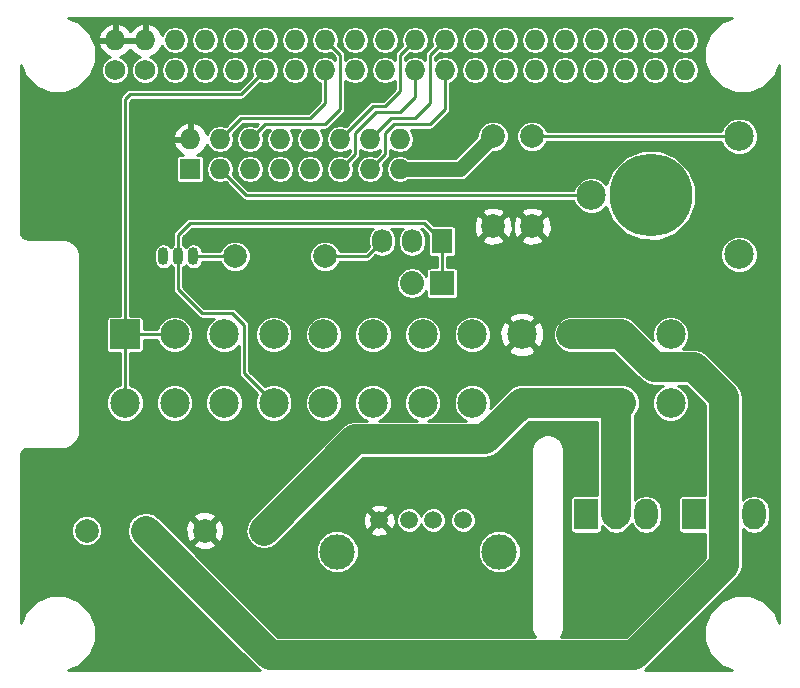
<source format=gbr>
G04 #@! TF.FileFunction,Copper,L1,Top,Signal*
%FSLAX46Y46*%
G04 Gerber Fmt 4.6, Leading zero omitted, Abs format (unit mm)*
G04 Created by KiCad (PCBNEW 4.0.5) date 2017 April 15, Saturday 18:49:04*
%MOMM*%
%LPD*%
G01*
G04 APERTURE LIST*
%ADD10C,0.100000*%
%ADD11R,1.727200X2.032000*%
%ADD12O,1.727200X2.032000*%
%ADD13C,1.727200*%
%ADD14O,1.727200X1.727200*%
%ADD15R,1.727200X1.727200*%
%ADD16O,0.899160X1.501140*%
%ADD17C,1.998980*%
%ADD18C,2.499360*%
%ADD19C,7.000240*%
%ADD20R,2.032000X2.032000*%
%ADD21O,2.032000X2.032000*%
%ADD22C,2.000000*%
%ADD23C,2.500000*%
%ADD24R,2.500000X2.500000*%
%ADD25R,2.000000X2.600000*%
%ADD26O,2.000000X2.600000*%
%ADD27C,1.501140*%
%ADD28C,2.999740*%
%ADD29C,0.250000*%
%ADD30C,1.250000*%
%ADD31C,2.500000*%
%ADD32C,0.254000*%
G04 APERTURE END LIST*
D10*
D11*
X165100000Y-63500000D03*
D12*
X162560000Y-63500000D03*
X160020000Y-63500000D03*
D13*
X137414000Y-49022000D03*
D14*
X137414000Y-46482000D03*
D13*
X139954000Y-49022000D03*
D14*
X139954000Y-46482000D03*
X142494000Y-49022000D03*
X142494000Y-46482000D03*
X145034000Y-49022000D03*
X145034000Y-46482000D03*
X147574000Y-49022000D03*
X147574000Y-46482000D03*
X150114000Y-49022000D03*
X150114000Y-46482000D03*
X152654000Y-49022000D03*
X152654000Y-46482000D03*
X155194000Y-49022000D03*
X155194000Y-46482000D03*
X157734000Y-49022000D03*
X157734000Y-46482000D03*
X160274000Y-49022000D03*
X160274000Y-46482000D03*
X162814000Y-49022000D03*
X162814000Y-46482000D03*
X165354000Y-49022000D03*
X165354000Y-46482000D03*
X167894000Y-49022000D03*
X167894000Y-46482000D03*
X170434000Y-49022000D03*
X170434000Y-46482000D03*
X172974000Y-49022000D03*
X172974000Y-46482000D03*
X175514000Y-49022000D03*
X175514000Y-46482000D03*
X178054000Y-49022000D03*
X178054000Y-46482000D03*
X180594000Y-49022000D03*
X180594000Y-46482000D03*
X183134000Y-49022000D03*
X183134000Y-46482000D03*
X185674000Y-49022000D03*
X185674000Y-46482000D03*
D15*
X143764000Y-57404000D03*
D14*
X143764000Y-54864000D03*
X146304000Y-57404000D03*
X146304000Y-54864000D03*
X148844000Y-57404000D03*
X148844000Y-54864000D03*
X151384000Y-57404000D03*
X151384000Y-54864000D03*
X153924000Y-57404000D03*
X153924000Y-54864000D03*
X156464000Y-57404000D03*
X156464000Y-54864000D03*
X159004000Y-57404000D03*
X159004000Y-54864000D03*
X161544000Y-57404000D03*
X161544000Y-54864000D03*
D16*
X142748000Y-64770000D03*
X141478000Y-64770000D03*
X144018000Y-64770000D03*
D17*
X169418000Y-54610000D03*
X169418000Y-62230000D03*
X147574000Y-64770000D03*
X155194000Y-64770000D03*
X172720000Y-54610000D03*
X172720000Y-62230000D03*
D18*
X177744120Y-59611260D03*
X190246000Y-54610000D03*
X190246000Y-64612520D03*
D19*
X182745380Y-59611260D03*
D20*
X165100000Y-67056000D03*
D21*
X162560000Y-67056000D03*
D22*
X140000000Y-88000000D03*
X135000000Y-88000000D03*
X150000000Y-88000000D03*
X145000000Y-88000000D03*
D23*
X138244000Y-77186000D03*
X142444000Y-77186000D03*
X146644000Y-77186000D03*
X150844000Y-77186000D03*
X155044000Y-77186000D03*
X159244000Y-77186000D03*
X163444000Y-77186000D03*
X167644000Y-77186000D03*
X171844000Y-77186000D03*
X176044000Y-77186000D03*
X180244000Y-77186000D03*
X184444000Y-77186000D03*
D24*
X138244000Y-71386000D03*
D23*
X142444000Y-71386000D03*
X146644000Y-71386000D03*
X150844000Y-71386000D03*
X155044000Y-71386000D03*
X159244000Y-71386000D03*
X163444000Y-71386000D03*
X167644000Y-71386000D03*
X171844000Y-71386000D03*
X176044000Y-71386000D03*
X180244000Y-71386000D03*
X184444000Y-71386000D03*
D25*
X177292000Y-86614000D03*
D26*
X179832000Y-86614000D03*
X182372000Y-86614000D03*
D25*
X186436000Y-86614000D03*
D26*
X188976000Y-86614000D03*
X191516000Y-86614000D03*
D27*
X166878860Y-87119880D03*
X164338860Y-87119880D03*
X162306860Y-87119880D03*
X159766860Y-87119880D03*
D28*
X169926860Y-89786880D03*
X156210860Y-89786880D03*
D29*
X142748000Y-64770000D02*
X142748000Y-67564000D01*
X148336000Y-74678000D02*
X150844000Y-77186000D01*
X148336000Y-70612000D02*
X148336000Y-74678000D01*
X147320000Y-69596000D02*
X148336000Y-70612000D01*
X144780000Y-69596000D02*
X147320000Y-69596000D01*
X142748000Y-67564000D02*
X144780000Y-69596000D01*
X165100000Y-63500000D02*
X163576000Y-61976000D01*
X142748000Y-62992000D02*
X142748000Y-64770000D01*
X143764000Y-61976000D02*
X142748000Y-62992000D01*
X163576000Y-61976000D02*
X143764000Y-61976000D01*
X165100000Y-63500000D02*
X165100000Y-67056000D01*
X150844000Y-77186000D02*
X150844000Y-77184000D01*
X138244000Y-77186000D02*
X138244000Y-71386000D01*
X138244000Y-71386000D02*
X142444000Y-71386000D01*
X150114000Y-49022000D02*
X148082000Y-51054000D01*
X148082000Y-51054000D02*
X138684000Y-51054000D01*
X138684000Y-51054000D02*
X138244000Y-51494000D01*
X138244000Y-51494000D02*
X138244000Y-71386000D01*
D30*
X138244000Y-77186000D02*
X138400000Y-77186000D01*
X138176000Y-71318000D02*
X138244000Y-71386000D01*
D31*
X179832000Y-86614000D02*
X179832000Y-77598000D01*
X179832000Y-77598000D02*
X180244000Y-77186000D01*
X157736000Y-80264000D02*
X150000000Y-88000000D01*
X168766000Y-80264000D02*
X157736000Y-80264000D01*
X171844000Y-77186000D02*
X168766000Y-80264000D01*
X176044000Y-77186000D02*
X171844000Y-77186000D01*
X180244000Y-77186000D02*
X176044000Y-77186000D01*
D29*
X146304000Y-54864000D02*
X148082000Y-53086000D01*
X155194000Y-51816000D02*
X155194000Y-49022000D01*
X153924000Y-53086000D02*
X155194000Y-51816000D01*
X148082000Y-53086000D02*
X153924000Y-53086000D01*
X148844000Y-54864000D02*
X150114000Y-53594000D01*
X156464000Y-47752000D02*
X155194000Y-46482000D01*
X156464000Y-52324000D02*
X156464000Y-47752000D01*
X155194000Y-53594000D02*
X156464000Y-52324000D01*
X150114000Y-53594000D02*
X155194000Y-53594000D01*
X156464000Y-57404000D02*
X157734000Y-56134000D01*
X162814000Y-51308000D02*
X162814000Y-49022000D01*
X161544000Y-52578000D02*
X162814000Y-51308000D01*
X159512000Y-52578000D02*
X161544000Y-52578000D01*
X157734000Y-54356000D02*
X159512000Y-52578000D01*
X157734000Y-56134000D02*
X157734000Y-54356000D01*
X156464000Y-54864000D02*
X159258000Y-52070000D01*
X161544000Y-47752000D02*
X162814000Y-46482000D01*
X161544000Y-50800000D02*
X161544000Y-47752000D01*
X160274000Y-52070000D02*
X161544000Y-50800000D01*
X159258000Y-52070000D02*
X160274000Y-52070000D01*
X159004000Y-57404000D02*
X160274000Y-56134000D01*
X165354000Y-52324000D02*
X165354000Y-49022000D01*
X164084000Y-53594000D02*
X165354000Y-52324000D01*
X161036000Y-53594000D02*
X164084000Y-53594000D01*
X160274000Y-54356000D02*
X161036000Y-53594000D01*
X160274000Y-56134000D02*
X160274000Y-54356000D01*
X165354000Y-49022000D02*
X165481000Y-49022000D01*
X159004000Y-54864000D02*
X160782000Y-53086000D01*
X164084000Y-47752000D02*
X165354000Y-46482000D01*
X164084000Y-51816000D02*
X164084000Y-47752000D01*
X162814000Y-53086000D02*
X164084000Y-51816000D01*
X160782000Y-53086000D02*
X162814000Y-53086000D01*
X177744120Y-59611260D02*
X148511260Y-59611260D01*
X148511260Y-59611260D02*
X146304000Y-57404000D01*
D30*
X169418000Y-54610000D02*
X166624000Y-57404000D01*
X166624000Y-57404000D02*
X161544000Y-57404000D01*
D29*
X147574000Y-64770000D02*
X144018000Y-64770000D01*
X172720000Y-54610000D02*
X190246000Y-54610000D01*
X155194000Y-64770000D02*
X158750000Y-64770000D01*
X158750000Y-64770000D02*
X160020000Y-63500000D01*
D31*
X188976000Y-86614000D02*
X188976000Y-90932000D01*
X150552000Y-98552000D02*
X140000000Y-88000000D01*
X181356000Y-98552000D02*
X150552000Y-98552000D01*
X188976000Y-90932000D02*
X181356000Y-98552000D01*
X176044000Y-71386000D02*
X180244000Y-71386000D01*
X180244000Y-71386000D02*
X183026000Y-74168000D01*
X183026000Y-74168000D02*
X186436000Y-74168000D01*
X186436000Y-74168000D02*
X188976000Y-76708000D01*
X188976000Y-76708000D02*
X188976000Y-86614000D01*
D32*
G36*
X188706439Y-44950687D02*
X187797877Y-45857664D01*
X187305561Y-47043294D01*
X187304441Y-48327074D01*
X187794687Y-49513561D01*
X188701664Y-50422123D01*
X189887294Y-50914439D01*
X191171074Y-50915559D01*
X192357561Y-50425313D01*
X193266123Y-49518336D01*
X193655000Y-48581815D01*
X193655000Y-95795874D01*
X193269313Y-94862439D01*
X192362336Y-93953877D01*
X191176706Y-93461561D01*
X189892926Y-93460441D01*
X188706439Y-93950687D01*
X187797877Y-94857664D01*
X187305561Y-96043294D01*
X187304441Y-97327074D01*
X187794687Y-98513561D01*
X188701664Y-99422123D01*
X189638185Y-99811000D01*
X182255756Y-99811000D01*
X182471107Y-99667107D01*
X190091107Y-92047108D01*
X190432958Y-91535492D01*
X190472534Y-91336528D01*
X190553000Y-90932000D01*
X190553000Y-87847286D01*
X190577669Y-87884206D01*
X191008179Y-88171863D01*
X191516000Y-88272875D01*
X192023821Y-88171863D01*
X192454331Y-87884206D01*
X192741988Y-87453696D01*
X192843000Y-86945875D01*
X192843000Y-86282125D01*
X192741988Y-85774304D01*
X192454331Y-85343794D01*
X192023821Y-85056137D01*
X191516000Y-84955125D01*
X191008179Y-85056137D01*
X190577669Y-85343794D01*
X190553000Y-85380714D01*
X190553000Y-76708000D01*
X190432958Y-76104508D01*
X190262810Y-75849864D01*
X190091107Y-75592892D01*
X187551107Y-73052893D01*
X187039492Y-72711042D01*
X186436000Y-72591000D01*
X185469059Y-72591000D01*
X185780136Y-72280465D01*
X186020725Y-71701061D01*
X186021273Y-71073692D01*
X185781695Y-70493868D01*
X185338465Y-70049864D01*
X184759061Y-69809275D01*
X184131692Y-69808727D01*
X183551868Y-70048305D01*
X183107864Y-70491535D01*
X182867275Y-71070939D01*
X182866727Y-71698308D01*
X182923202Y-71834988D01*
X181360080Y-70271866D01*
X181138465Y-70049864D01*
X180559061Y-69809275D01*
X179931692Y-69808727D01*
X179931031Y-69809000D01*
X176044232Y-69809000D01*
X175731692Y-69808727D01*
X175151868Y-70048305D01*
X174707864Y-70491535D01*
X174467275Y-71070939D01*
X174466727Y-71698308D01*
X174706305Y-72278132D01*
X175149535Y-72722136D01*
X175728939Y-72962725D01*
X176356308Y-72963273D01*
X176356969Y-72963000D01*
X179590786Y-72963000D01*
X181910893Y-75283107D01*
X182422508Y-75624958D01*
X183026000Y-75745000D01*
X183801886Y-75745000D01*
X183551868Y-75848305D01*
X183107864Y-76291535D01*
X182867275Y-76870939D01*
X182866727Y-77498308D01*
X183106305Y-78078132D01*
X183549535Y-78522136D01*
X184128939Y-78762725D01*
X184756308Y-78763273D01*
X185336132Y-78523695D01*
X185780136Y-78080465D01*
X186020725Y-77501061D01*
X186021273Y-76873692D01*
X185781695Y-76293868D01*
X185338465Y-75849864D01*
X185085924Y-75745000D01*
X185782786Y-75745000D01*
X187399000Y-77361215D01*
X187399000Y-84980594D01*
X185436000Y-84980594D01*
X185314821Y-85003395D01*
X185203526Y-85075012D01*
X185128862Y-85184286D01*
X185102594Y-85314000D01*
X185102594Y-87914000D01*
X185125395Y-88035179D01*
X185197012Y-88146474D01*
X185306286Y-88221138D01*
X185436000Y-88247406D01*
X187399000Y-88247406D01*
X187399000Y-90278785D01*
X180702786Y-96975000D01*
X175139138Y-96975000D01*
X175269342Y-96780136D01*
X175269345Y-96780133D01*
X175325636Y-96644232D01*
X175401756Y-96261549D01*
X175401756Y-96224419D01*
X175409000Y-96188000D01*
X175409000Y-81188000D01*
X175401756Y-81151581D01*
X175401756Y-81114451D01*
X175325636Y-80731768D01*
X175269345Y-80595867D01*
X175269342Y-80595864D01*
X175052571Y-80271443D01*
X174948557Y-80167429D01*
X174624136Y-79950658D01*
X174624133Y-79950655D01*
X174556183Y-79922510D01*
X174488232Y-79894363D01*
X174488227Y-79894363D01*
X174105551Y-79818244D01*
X173958449Y-79818244D01*
X173575768Y-79894364D01*
X173439867Y-79950655D01*
X173439864Y-79950658D01*
X173115443Y-80167429D01*
X173011429Y-80271443D01*
X172794658Y-80595864D01*
X172794655Y-80595867D01*
X172766510Y-80663817D01*
X172738363Y-80731768D01*
X172738363Y-80731773D01*
X172662244Y-81114451D01*
X172662244Y-81151581D01*
X172655000Y-81188000D01*
X172655000Y-96188000D01*
X172662244Y-96224419D01*
X172662244Y-96261549D01*
X172738363Y-96644227D01*
X172738363Y-96644232D01*
X172755522Y-96685657D01*
X172794655Y-96780133D01*
X172794658Y-96780136D01*
X172924862Y-96975000D01*
X151205215Y-96975000D01*
X144378888Y-90148673D01*
X154383674Y-90148673D01*
X154661212Y-90820367D01*
X155174670Y-91334722D01*
X155845879Y-91613432D01*
X156572653Y-91614066D01*
X157244347Y-91336528D01*
X157758702Y-90823070D01*
X158037412Y-90151861D01*
X158037414Y-90148673D01*
X168099674Y-90148673D01*
X168377212Y-90820367D01*
X168890670Y-91334722D01*
X169561879Y-91613432D01*
X170288653Y-91614066D01*
X170960347Y-91336528D01*
X171474702Y-90823070D01*
X171753412Y-90151861D01*
X171754046Y-89425087D01*
X171476508Y-88753393D01*
X170963050Y-88239038D01*
X170291841Y-87960328D01*
X169565067Y-87959694D01*
X168893373Y-88237232D01*
X168379018Y-88750690D01*
X168100308Y-89421899D01*
X168099674Y-90148673D01*
X158037414Y-90148673D01*
X158038046Y-89425087D01*
X157760508Y-88753393D01*
X157247050Y-88239038D01*
X156892486Y-88091810D01*
X158974535Y-88091810D01*
X159042595Y-88332811D01*
X159561894Y-88517647D01*
X160112398Y-88489685D01*
X160491125Y-88332811D01*
X160559185Y-88091810D01*
X159766860Y-87299485D01*
X158974535Y-88091810D01*
X156892486Y-88091810D01*
X156575841Y-87960328D01*
X155849067Y-87959694D01*
X155177373Y-88237232D01*
X154663018Y-88750690D01*
X154384308Y-89421899D01*
X154383674Y-90148673D01*
X144378888Y-90148673D01*
X143382747Y-89152532D01*
X144027073Y-89152532D01*
X144125736Y-89419387D01*
X144735461Y-89645908D01*
X145385460Y-89621856D01*
X145874264Y-89419387D01*
X145972927Y-89152532D01*
X145000000Y-88179605D01*
X144027073Y-89152532D01*
X143382747Y-89152532D01*
X141965676Y-87735461D01*
X143354092Y-87735461D01*
X143378144Y-88385460D01*
X143580613Y-88874264D01*
X143847468Y-88972927D01*
X144820395Y-88000000D01*
X145179605Y-88000000D01*
X146152532Y-88972927D01*
X146419387Y-88874264D01*
X146645908Y-88264539D01*
X146636120Y-88000000D01*
X148423001Y-88000000D01*
X148543042Y-88603492D01*
X148884893Y-89115107D01*
X149396508Y-89456958D01*
X150000000Y-89576999D01*
X150603492Y-89456958D01*
X151115107Y-89115107D01*
X153315300Y-86914914D01*
X158369093Y-86914914D01*
X158397055Y-87465418D01*
X158553929Y-87844145D01*
X158794930Y-87912205D01*
X159587255Y-87119880D01*
X159946465Y-87119880D01*
X160738790Y-87912205D01*
X160979791Y-87844145D01*
X161161624Y-87333282D01*
X161229103Y-87333282D01*
X161392808Y-87729477D01*
X161695669Y-88032867D01*
X162091578Y-88197263D01*
X162520262Y-88197637D01*
X162916457Y-88033932D01*
X163219847Y-87731071D01*
X163322910Y-87482867D01*
X163424808Y-87729477D01*
X163727669Y-88032867D01*
X164123578Y-88197263D01*
X164552262Y-88197637D01*
X164948457Y-88033932D01*
X165251847Y-87731071D01*
X165416243Y-87335162D01*
X165416244Y-87333282D01*
X165801103Y-87333282D01*
X165964808Y-87729477D01*
X166267669Y-88032867D01*
X166663578Y-88197263D01*
X167092262Y-88197637D01*
X167488457Y-88033932D01*
X167791847Y-87731071D01*
X167956243Y-87335162D01*
X167956617Y-86906478D01*
X167792912Y-86510283D01*
X167490051Y-86206893D01*
X167094142Y-86042497D01*
X166665458Y-86042123D01*
X166269263Y-86205828D01*
X165965873Y-86508689D01*
X165801477Y-86904598D01*
X165801103Y-87333282D01*
X165416244Y-87333282D01*
X165416617Y-86906478D01*
X165252912Y-86510283D01*
X164950051Y-86206893D01*
X164554142Y-86042497D01*
X164125458Y-86042123D01*
X163729263Y-86205828D01*
X163425873Y-86508689D01*
X163322810Y-86756893D01*
X163220912Y-86510283D01*
X162918051Y-86206893D01*
X162522142Y-86042497D01*
X162093458Y-86042123D01*
X161697263Y-86205828D01*
X161393873Y-86508689D01*
X161229477Y-86904598D01*
X161229103Y-87333282D01*
X161161624Y-87333282D01*
X161164627Y-87324846D01*
X161136665Y-86774342D01*
X160979791Y-86395615D01*
X160738790Y-86327555D01*
X159946465Y-87119880D01*
X159587255Y-87119880D01*
X158794930Y-86327555D01*
X158553929Y-86395615D01*
X158369093Y-86914914D01*
X153315300Y-86914914D01*
X154082264Y-86147950D01*
X158974535Y-86147950D01*
X159766860Y-86940275D01*
X160559185Y-86147950D01*
X160491125Y-85906949D01*
X159971826Y-85722113D01*
X159421322Y-85750075D01*
X159042595Y-85906949D01*
X158974535Y-86147950D01*
X154082264Y-86147950D01*
X158389214Y-81841000D01*
X168766000Y-81841000D01*
X169369492Y-81720958D01*
X169881107Y-81379107D01*
X172497215Y-78763000D01*
X176043768Y-78763000D01*
X176356308Y-78763273D01*
X176356969Y-78763000D01*
X178255000Y-78763000D01*
X178255000Y-84980594D01*
X176292000Y-84980594D01*
X176170821Y-85003395D01*
X176059526Y-85075012D01*
X175984862Y-85184286D01*
X175958594Y-85314000D01*
X175958594Y-87914000D01*
X175981395Y-88035179D01*
X176053012Y-88146474D01*
X176162286Y-88221138D01*
X176292000Y-88247406D01*
X178292000Y-88247406D01*
X178413179Y-88224605D01*
X178524474Y-88152988D01*
X178599138Y-88043714D01*
X178625406Y-87914000D01*
X178625406Y-87592187D01*
X178716893Y-87729107D01*
X178849029Y-87817398D01*
X178893669Y-87884206D01*
X179324179Y-88171863D01*
X179832000Y-88272875D01*
X180339821Y-88171863D01*
X180770331Y-87884206D01*
X180814971Y-87817398D01*
X180947107Y-87729107D01*
X181142598Y-87436534D01*
X181146012Y-87453696D01*
X181433669Y-87884206D01*
X181864179Y-88171863D01*
X182372000Y-88272875D01*
X182879821Y-88171863D01*
X183310331Y-87884206D01*
X183597988Y-87453696D01*
X183699000Y-86945875D01*
X183699000Y-86282125D01*
X183597988Y-85774304D01*
X183310331Y-85343794D01*
X182879821Y-85056137D01*
X182372000Y-84955125D01*
X181864179Y-85056137D01*
X181433669Y-85343794D01*
X181409000Y-85380714D01*
X181409000Y-78251303D01*
X181580136Y-78080465D01*
X181820725Y-77501061D01*
X181821273Y-76873692D01*
X181581695Y-76293868D01*
X181138465Y-75849864D01*
X180559061Y-75609275D01*
X179931692Y-75608727D01*
X179931031Y-75609000D01*
X176044232Y-75609000D01*
X175731692Y-75608727D01*
X175731031Y-75609000D01*
X171844232Y-75609000D01*
X171531692Y-75608727D01*
X170951868Y-75848305D01*
X170507864Y-76291535D01*
X170507590Y-76292195D01*
X169165338Y-77634447D01*
X169220725Y-77501061D01*
X169221273Y-76873692D01*
X168981695Y-76293868D01*
X168538465Y-75849864D01*
X167959061Y-75609275D01*
X167331692Y-75608727D01*
X166751868Y-75848305D01*
X166307864Y-76291535D01*
X166067275Y-76870939D01*
X166066727Y-77498308D01*
X166306305Y-78078132D01*
X166749535Y-78522136D01*
X167146573Y-78687000D01*
X163940903Y-78687000D01*
X164336132Y-78523695D01*
X164780136Y-78080465D01*
X165020725Y-77501061D01*
X165021273Y-76873692D01*
X164781695Y-76293868D01*
X164338465Y-75849864D01*
X163759061Y-75609275D01*
X163131692Y-75608727D01*
X162551868Y-75848305D01*
X162107864Y-76291535D01*
X161867275Y-76870939D01*
X161866727Y-77498308D01*
X162106305Y-78078132D01*
X162549535Y-78522136D01*
X162946573Y-78687000D01*
X159740903Y-78687000D01*
X160136132Y-78523695D01*
X160580136Y-78080465D01*
X160820725Y-77501061D01*
X160821273Y-76873692D01*
X160581695Y-76293868D01*
X160138465Y-75849864D01*
X159559061Y-75609275D01*
X158931692Y-75608727D01*
X158351868Y-75848305D01*
X157907864Y-76291535D01*
X157667275Y-76870939D01*
X157666727Y-77498308D01*
X157906305Y-78078132D01*
X158349535Y-78522136D01*
X158746573Y-78687000D01*
X157736000Y-78687000D01*
X157132508Y-78807042D01*
X156620893Y-79148893D01*
X148884893Y-86884893D01*
X148543042Y-87396508D01*
X148423001Y-88000000D01*
X146636120Y-88000000D01*
X146621856Y-87614540D01*
X146419387Y-87125736D01*
X146152532Y-87027073D01*
X145179605Y-88000000D01*
X144820395Y-88000000D01*
X143847468Y-87027073D01*
X143580613Y-87125736D01*
X143354092Y-87735461D01*
X141965676Y-87735461D01*
X141115107Y-86884893D01*
X141059097Y-86847468D01*
X144027073Y-86847468D01*
X145000000Y-87820395D01*
X145972927Y-86847468D01*
X145874264Y-86580613D01*
X145264539Y-86354092D01*
X144614540Y-86378144D01*
X144125736Y-86580613D01*
X144027073Y-86847468D01*
X141059097Y-86847468D01*
X140603492Y-86543042D01*
X140000000Y-86423001D01*
X139396508Y-86543042D01*
X138884893Y-86884893D01*
X138543042Y-87396508D01*
X138423001Y-88000000D01*
X138543042Y-88603492D01*
X138884893Y-89115107D01*
X149436893Y-99667108D01*
X149652243Y-99811000D01*
X133424126Y-99811000D01*
X134357561Y-99425313D01*
X135266123Y-98518336D01*
X135758439Y-97332706D01*
X135759559Y-96048926D01*
X135269313Y-94862439D01*
X134362336Y-93953877D01*
X133176706Y-93461561D01*
X131892926Y-93460441D01*
X130706439Y-93950687D01*
X129797877Y-94857664D01*
X129409000Y-95794185D01*
X129409000Y-88262798D01*
X133672771Y-88262798D01*
X133874369Y-88750703D01*
X134247334Y-89124319D01*
X134734885Y-89326769D01*
X135262798Y-89327229D01*
X135750703Y-89125631D01*
X136124319Y-88752666D01*
X136326769Y-88265115D01*
X136327229Y-87737202D01*
X136125631Y-87249297D01*
X135752666Y-86875681D01*
X135265115Y-86673231D01*
X134737202Y-86672771D01*
X134249297Y-86874369D01*
X133875681Y-87247334D01*
X133673231Y-87734885D01*
X133672771Y-88262798D01*
X129409000Y-88262798D01*
X129409000Y-81725131D01*
X129463246Y-81452415D01*
X129596695Y-81252695D01*
X129796415Y-81119246D01*
X130069131Y-81065000D01*
X133032000Y-81065000D01*
X133068419Y-81057756D01*
X133105549Y-81057756D01*
X133488227Y-80981637D01*
X133488232Y-80981637D01*
X133556183Y-80953490D01*
X133624133Y-80925345D01*
X133624136Y-80925342D01*
X133948557Y-80708571D01*
X134052571Y-80604557D01*
X134269342Y-80280136D01*
X134269345Y-80280133D01*
X134325636Y-80144232D01*
X134401756Y-79761549D01*
X134401756Y-79724419D01*
X134409000Y-79688000D01*
X134409000Y-70136000D01*
X136660594Y-70136000D01*
X136660594Y-72636000D01*
X136683395Y-72757179D01*
X136755012Y-72868474D01*
X136864286Y-72943138D01*
X136994000Y-72969406D01*
X137792000Y-72969406D01*
X137792000Y-75666446D01*
X137351868Y-75848305D01*
X136907864Y-76291535D01*
X136667275Y-76870939D01*
X136666727Y-77498308D01*
X136906305Y-78078132D01*
X137349535Y-78522136D01*
X137928939Y-78762725D01*
X138556308Y-78763273D01*
X139136132Y-78523695D01*
X139580136Y-78080465D01*
X139820725Y-77501061D01*
X139820727Y-77498308D01*
X140866727Y-77498308D01*
X141106305Y-78078132D01*
X141549535Y-78522136D01*
X142128939Y-78762725D01*
X142756308Y-78763273D01*
X143336132Y-78523695D01*
X143780136Y-78080465D01*
X144020725Y-77501061D01*
X144020727Y-77498308D01*
X145066727Y-77498308D01*
X145306305Y-78078132D01*
X145749535Y-78522136D01*
X146328939Y-78762725D01*
X146956308Y-78763273D01*
X147536132Y-78523695D01*
X147980136Y-78080465D01*
X148220725Y-77501061D01*
X148221273Y-76873692D01*
X147981695Y-76293868D01*
X147538465Y-75849864D01*
X146959061Y-75609275D01*
X146331692Y-75608727D01*
X145751868Y-75848305D01*
X145307864Y-76291535D01*
X145067275Y-76870939D01*
X145066727Y-77498308D01*
X144020727Y-77498308D01*
X144021273Y-76873692D01*
X143781695Y-76293868D01*
X143338465Y-75849864D01*
X142759061Y-75609275D01*
X142131692Y-75608727D01*
X141551868Y-75848305D01*
X141107864Y-76291535D01*
X140867275Y-76870939D01*
X140866727Y-77498308D01*
X139820727Y-77498308D01*
X139821273Y-76873692D01*
X139581695Y-76293868D01*
X139138465Y-75849864D01*
X138696000Y-75666137D01*
X138696000Y-72969406D01*
X139494000Y-72969406D01*
X139615179Y-72946605D01*
X139726474Y-72874988D01*
X139801138Y-72765714D01*
X139827406Y-72636000D01*
X139827406Y-71838000D01*
X140924446Y-71838000D01*
X141106305Y-72278132D01*
X141549535Y-72722136D01*
X142128939Y-72962725D01*
X142756308Y-72963273D01*
X143336132Y-72723695D01*
X143780136Y-72280465D01*
X144020725Y-71701061D01*
X144021273Y-71073692D01*
X143781695Y-70493868D01*
X143338465Y-70049864D01*
X142759061Y-69809275D01*
X142131692Y-69808727D01*
X141551868Y-70048305D01*
X141107864Y-70491535D01*
X140924137Y-70934000D01*
X139827406Y-70934000D01*
X139827406Y-70136000D01*
X139804605Y-70014821D01*
X139732988Y-69903526D01*
X139623714Y-69828862D01*
X139494000Y-69802594D01*
X138696000Y-69802594D01*
X138696000Y-64447899D01*
X140701420Y-64447899D01*
X140701420Y-65092101D01*
X140760534Y-65389285D01*
X140928875Y-65641226D01*
X141180816Y-65809567D01*
X141478000Y-65868681D01*
X141775184Y-65809567D01*
X142027125Y-65641226D01*
X142113000Y-65512705D01*
X142198875Y-65641226D01*
X142296000Y-65706123D01*
X142296000Y-67564000D01*
X142330406Y-67736973D01*
X142428388Y-67883612D01*
X144460388Y-69915612D01*
X144607027Y-70013594D01*
X144780000Y-70048000D01*
X145752606Y-70048000D01*
X145751868Y-70048305D01*
X145307864Y-70491535D01*
X145067275Y-71070939D01*
X145066727Y-71698308D01*
X145306305Y-72278132D01*
X145749535Y-72722136D01*
X146328939Y-72962725D01*
X146956308Y-72963273D01*
X147536132Y-72723695D01*
X147884000Y-72376433D01*
X147884000Y-74678000D01*
X147918406Y-74850973D01*
X148016388Y-74997612D01*
X149449901Y-76431126D01*
X149267275Y-76870939D01*
X149266727Y-77498308D01*
X149506305Y-78078132D01*
X149949535Y-78522136D01*
X150528939Y-78762725D01*
X151156308Y-78763273D01*
X151736132Y-78523695D01*
X152180136Y-78080465D01*
X152420725Y-77501061D01*
X152420727Y-77498308D01*
X153466727Y-77498308D01*
X153706305Y-78078132D01*
X154149535Y-78522136D01*
X154728939Y-78762725D01*
X155356308Y-78763273D01*
X155936132Y-78523695D01*
X156380136Y-78080465D01*
X156620725Y-77501061D01*
X156621273Y-76873692D01*
X156381695Y-76293868D01*
X155938465Y-75849864D01*
X155359061Y-75609275D01*
X154731692Y-75608727D01*
X154151868Y-75848305D01*
X153707864Y-76291535D01*
X153467275Y-76870939D01*
X153466727Y-77498308D01*
X152420727Y-77498308D01*
X152421273Y-76873692D01*
X152181695Y-76293868D01*
X151738465Y-75849864D01*
X151159061Y-75609275D01*
X150531692Y-75608727D01*
X150088907Y-75791682D01*
X148788000Y-74490776D01*
X148788000Y-71698308D01*
X149266727Y-71698308D01*
X149506305Y-72278132D01*
X149949535Y-72722136D01*
X150528939Y-72962725D01*
X151156308Y-72963273D01*
X151736132Y-72723695D01*
X152180136Y-72280465D01*
X152420725Y-71701061D01*
X152420727Y-71698308D01*
X153466727Y-71698308D01*
X153706305Y-72278132D01*
X154149535Y-72722136D01*
X154728939Y-72962725D01*
X155356308Y-72963273D01*
X155936132Y-72723695D01*
X156380136Y-72280465D01*
X156620725Y-71701061D01*
X156620727Y-71698308D01*
X157666727Y-71698308D01*
X157906305Y-72278132D01*
X158349535Y-72722136D01*
X158928939Y-72962725D01*
X159556308Y-72963273D01*
X160136132Y-72723695D01*
X160580136Y-72280465D01*
X160820725Y-71701061D01*
X160820727Y-71698308D01*
X161866727Y-71698308D01*
X162106305Y-72278132D01*
X162549535Y-72722136D01*
X163128939Y-72962725D01*
X163756308Y-72963273D01*
X164336132Y-72723695D01*
X164780136Y-72280465D01*
X165020725Y-71701061D01*
X165020727Y-71698308D01*
X166066727Y-71698308D01*
X166306305Y-72278132D01*
X166749535Y-72722136D01*
X167328939Y-72962725D01*
X167956308Y-72963273D01*
X168536132Y-72723695D01*
X168540514Y-72719320D01*
X170690285Y-72719320D01*
X170819533Y-73012123D01*
X171519806Y-73280388D01*
X172269435Y-73260250D01*
X172868467Y-73012123D01*
X172997715Y-72719320D01*
X171844000Y-71565605D01*
X170690285Y-72719320D01*
X168540514Y-72719320D01*
X168980136Y-72280465D01*
X169220725Y-71701061D01*
X169221273Y-71073692D01*
X169216362Y-71061806D01*
X169949612Y-71061806D01*
X169969750Y-71811435D01*
X170217877Y-72410467D01*
X170510680Y-72539715D01*
X171664395Y-71386000D01*
X172023605Y-71386000D01*
X173177320Y-72539715D01*
X173470123Y-72410467D01*
X173738388Y-71710194D01*
X173718250Y-70960565D01*
X173470123Y-70361533D01*
X173177320Y-70232285D01*
X172023605Y-71386000D01*
X171664395Y-71386000D01*
X170510680Y-70232285D01*
X170217877Y-70361533D01*
X169949612Y-71061806D01*
X169216362Y-71061806D01*
X168981695Y-70493868D01*
X168541277Y-70052680D01*
X170690285Y-70052680D01*
X171844000Y-71206395D01*
X172997715Y-70052680D01*
X172868467Y-69759877D01*
X172168194Y-69491612D01*
X171418565Y-69511750D01*
X170819533Y-69759877D01*
X170690285Y-70052680D01*
X168541277Y-70052680D01*
X168538465Y-70049864D01*
X167959061Y-69809275D01*
X167331692Y-69808727D01*
X166751868Y-70048305D01*
X166307864Y-70491535D01*
X166067275Y-71070939D01*
X166066727Y-71698308D01*
X165020727Y-71698308D01*
X165021273Y-71073692D01*
X164781695Y-70493868D01*
X164338465Y-70049864D01*
X163759061Y-69809275D01*
X163131692Y-69808727D01*
X162551868Y-70048305D01*
X162107864Y-70491535D01*
X161867275Y-71070939D01*
X161866727Y-71698308D01*
X160820727Y-71698308D01*
X160821273Y-71073692D01*
X160581695Y-70493868D01*
X160138465Y-70049864D01*
X159559061Y-69809275D01*
X158931692Y-69808727D01*
X158351868Y-70048305D01*
X157907864Y-70491535D01*
X157667275Y-71070939D01*
X157666727Y-71698308D01*
X156620727Y-71698308D01*
X156621273Y-71073692D01*
X156381695Y-70493868D01*
X155938465Y-70049864D01*
X155359061Y-69809275D01*
X154731692Y-69808727D01*
X154151868Y-70048305D01*
X153707864Y-70491535D01*
X153467275Y-71070939D01*
X153466727Y-71698308D01*
X152420727Y-71698308D01*
X152421273Y-71073692D01*
X152181695Y-70493868D01*
X151738465Y-70049864D01*
X151159061Y-69809275D01*
X150531692Y-69808727D01*
X149951868Y-70048305D01*
X149507864Y-70491535D01*
X149267275Y-71070939D01*
X149266727Y-71698308D01*
X148788000Y-71698308D01*
X148788000Y-70612000D01*
X148753594Y-70439027D01*
X148655612Y-70292388D01*
X147639612Y-69276388D01*
X147492973Y-69178406D01*
X147320000Y-69144000D01*
X144967224Y-69144000D01*
X143200000Y-67376776D01*
X143200000Y-65706123D01*
X143297125Y-65641226D01*
X143383000Y-65512705D01*
X143468875Y-65641226D01*
X143720816Y-65809567D01*
X144018000Y-65868681D01*
X144315184Y-65809567D01*
X144567125Y-65641226D01*
X144735466Y-65389285D01*
X144768741Y-65222000D01*
X146325499Y-65222000D01*
X146448801Y-65520414D01*
X146821623Y-65893887D01*
X147308987Y-66096259D01*
X147836697Y-66096719D01*
X148324414Y-65895199D01*
X148697887Y-65522377D01*
X148900259Y-65035013D01*
X148900719Y-64507303D01*
X148699199Y-64019586D01*
X148326377Y-63646113D01*
X147839013Y-63443741D01*
X147311303Y-63443281D01*
X146823586Y-63644801D01*
X146450113Y-64017623D01*
X146325385Y-64318000D01*
X144768741Y-64318000D01*
X144735466Y-64150715D01*
X144567125Y-63898774D01*
X144315184Y-63730433D01*
X144018000Y-63671319D01*
X143720816Y-63730433D01*
X143468875Y-63898774D01*
X143383000Y-64027295D01*
X143297125Y-63898774D01*
X143200000Y-63833877D01*
X143200000Y-63179224D01*
X143951224Y-62428000D01*
X159255056Y-62428000D01*
X159178119Y-62479408D01*
X158920029Y-62865666D01*
X158829400Y-63321289D01*
X158829400Y-63678711D01*
X158891229Y-63989547D01*
X158562776Y-64318000D01*
X156442501Y-64318000D01*
X156319199Y-64019586D01*
X155946377Y-63646113D01*
X155459013Y-63443741D01*
X154931303Y-63443281D01*
X154443586Y-63644801D01*
X154070113Y-64017623D01*
X153867741Y-64504987D01*
X153867281Y-65032697D01*
X154068801Y-65520414D01*
X154441623Y-65893887D01*
X154928987Y-66096259D01*
X155456697Y-66096719D01*
X155944414Y-65895199D01*
X156317887Y-65522377D01*
X156442615Y-65222000D01*
X158750000Y-65222000D01*
X158922973Y-65187594D01*
X159069612Y-65089612D01*
X159454176Y-64705048D01*
X159564377Y-64778682D01*
X160020000Y-64869311D01*
X160475623Y-64778682D01*
X160861881Y-64520592D01*
X161119971Y-64134334D01*
X161210600Y-63678711D01*
X161210600Y-63321289D01*
X161119971Y-62865666D01*
X160861881Y-62479408D01*
X160784944Y-62428000D01*
X161795056Y-62428000D01*
X161718119Y-62479408D01*
X161460029Y-62865666D01*
X161369400Y-63321289D01*
X161369400Y-63678711D01*
X161460029Y-64134334D01*
X161718119Y-64520592D01*
X162104377Y-64778682D01*
X162560000Y-64869311D01*
X163015623Y-64778682D01*
X163401881Y-64520592D01*
X163659971Y-64134334D01*
X163750600Y-63678711D01*
X163750600Y-63321289D01*
X163659971Y-62865666D01*
X163401881Y-62479408D01*
X163324944Y-62428000D01*
X163388776Y-62428000D01*
X163902994Y-62942218D01*
X163902994Y-64516000D01*
X163925795Y-64637179D01*
X163997412Y-64748474D01*
X164106686Y-64823138D01*
X164236400Y-64849406D01*
X164648000Y-64849406D01*
X164648000Y-65706594D01*
X164084000Y-65706594D01*
X163962821Y-65729395D01*
X163851526Y-65801012D01*
X163776862Y-65910286D01*
X163750594Y-66040000D01*
X163750594Y-66440651D01*
X163509644Y-66080045D01*
X163073944Y-65788919D01*
X162560000Y-65686689D01*
X162046056Y-65788919D01*
X161610356Y-66080045D01*
X161319230Y-66515745D01*
X161217000Y-67029689D01*
X161217000Y-67082311D01*
X161319230Y-67596255D01*
X161610356Y-68031955D01*
X162046056Y-68323081D01*
X162560000Y-68425311D01*
X163073944Y-68323081D01*
X163509644Y-68031955D01*
X163750594Y-67671349D01*
X163750594Y-68072000D01*
X163773395Y-68193179D01*
X163845012Y-68304474D01*
X163954286Y-68379138D01*
X164084000Y-68405406D01*
X166116000Y-68405406D01*
X166237179Y-68382605D01*
X166348474Y-68310988D01*
X166423138Y-68201714D01*
X166449406Y-68072000D01*
X166449406Y-66040000D01*
X166426605Y-65918821D01*
X166354988Y-65807526D01*
X166245714Y-65732862D01*
X166116000Y-65706594D01*
X165552000Y-65706594D01*
X165552000Y-64924765D01*
X188669047Y-64924765D01*
X188908576Y-65504471D01*
X189351716Y-65948385D01*
X189931003Y-66188926D01*
X190558245Y-66189473D01*
X191137951Y-65949944D01*
X191581865Y-65506804D01*
X191822406Y-64927517D01*
X191822953Y-64300275D01*
X191583424Y-63720569D01*
X191140284Y-63276655D01*
X190560997Y-63036114D01*
X189933755Y-63035567D01*
X189354049Y-63275096D01*
X188910135Y-63718236D01*
X188669594Y-64297523D01*
X188669047Y-64924765D01*
X165552000Y-64924765D01*
X165552000Y-64849406D01*
X165963600Y-64849406D01*
X166084779Y-64826605D01*
X166196074Y-64754988D01*
X166270738Y-64645714D01*
X166297006Y-64516000D01*
X166297006Y-63382163D01*
X168445443Y-63382163D01*
X168544042Y-63648965D01*
X169153582Y-63875401D01*
X169803377Y-63851341D01*
X170291958Y-63648965D01*
X170390557Y-63382163D01*
X171747443Y-63382163D01*
X171846042Y-63648965D01*
X172455582Y-63875401D01*
X173105377Y-63851341D01*
X173593958Y-63648965D01*
X173692557Y-63382163D01*
X172720000Y-62409605D01*
X171747443Y-63382163D01*
X170390557Y-63382163D01*
X169418000Y-62409605D01*
X168445443Y-63382163D01*
X166297006Y-63382163D01*
X166297006Y-62484000D01*
X166274205Y-62362821D01*
X166202588Y-62251526D01*
X166093314Y-62176862D01*
X165963600Y-62150594D01*
X164389818Y-62150594D01*
X164204806Y-61965582D01*
X167772599Y-61965582D01*
X167796659Y-62615377D01*
X167999035Y-63103958D01*
X168265837Y-63202557D01*
X169238395Y-62230000D01*
X169597605Y-62230000D01*
X170570163Y-63202557D01*
X170836965Y-63103958D01*
X171063401Y-62494418D01*
X171043820Y-61965582D01*
X171074599Y-61965582D01*
X171098659Y-62615377D01*
X171301035Y-63103958D01*
X171567837Y-63202557D01*
X172540395Y-62230000D01*
X172899605Y-62230000D01*
X173872163Y-63202557D01*
X174138965Y-63103958D01*
X174365401Y-62494418D01*
X174341341Y-61844623D01*
X174138965Y-61356042D01*
X173872163Y-61257443D01*
X172899605Y-62230000D01*
X172540395Y-62230000D01*
X171567837Y-61257443D01*
X171301035Y-61356042D01*
X171074599Y-61965582D01*
X171043820Y-61965582D01*
X171039341Y-61844623D01*
X170836965Y-61356042D01*
X170570163Y-61257443D01*
X169597605Y-62230000D01*
X169238395Y-62230000D01*
X168265837Y-61257443D01*
X167999035Y-61356042D01*
X167772599Y-61965582D01*
X164204806Y-61965582D01*
X163895612Y-61656388D01*
X163748973Y-61558406D01*
X163576000Y-61524000D01*
X143764000Y-61524000D01*
X143591027Y-61558406D01*
X143444388Y-61656388D01*
X142428388Y-62672388D01*
X142330406Y-62819027D01*
X142296000Y-62992000D01*
X142296000Y-63833877D01*
X142198875Y-63898774D01*
X142113000Y-64027295D01*
X142027125Y-63898774D01*
X141775184Y-63730433D01*
X141478000Y-63671319D01*
X141180816Y-63730433D01*
X140928875Y-63898774D01*
X140760534Y-64150715D01*
X140701420Y-64447899D01*
X138696000Y-64447899D01*
X138696000Y-61077837D01*
X168445443Y-61077837D01*
X169418000Y-62050395D01*
X170390557Y-61077837D01*
X171747443Y-61077837D01*
X172720000Y-62050395D01*
X173692557Y-61077837D01*
X173593958Y-60811035D01*
X172984418Y-60584599D01*
X172334623Y-60608659D01*
X171846042Y-60811035D01*
X171747443Y-61077837D01*
X170390557Y-61077837D01*
X170291958Y-60811035D01*
X169682418Y-60584599D01*
X169032623Y-60608659D01*
X168544042Y-60811035D01*
X168445443Y-61077837D01*
X138696000Y-61077837D01*
X138696000Y-55223026D01*
X142309042Y-55223026D01*
X142481312Y-55638947D01*
X142875510Y-56070821D01*
X143166058Y-56206994D01*
X142900400Y-56206994D01*
X142779221Y-56229795D01*
X142667926Y-56301412D01*
X142593262Y-56410686D01*
X142566994Y-56540400D01*
X142566994Y-58267600D01*
X142589795Y-58388779D01*
X142661412Y-58500074D01*
X142770686Y-58574738D01*
X142900400Y-58601006D01*
X144627600Y-58601006D01*
X144748779Y-58578205D01*
X144860074Y-58506588D01*
X144934738Y-58397314D01*
X144961006Y-58267600D01*
X144961006Y-57404000D01*
X145090075Y-57404000D01*
X145180704Y-57859623D01*
X145438794Y-58245881D01*
X145825052Y-58503971D01*
X146280675Y-58594600D01*
X146327325Y-58594600D01*
X146767767Y-58506991D01*
X148191648Y-59930872D01*
X148338287Y-60028854D01*
X148511260Y-60063260D01*
X176224912Y-60063260D01*
X176406696Y-60503211D01*
X176849836Y-60947125D01*
X177429123Y-61187666D01*
X178056365Y-61188213D01*
X178636071Y-60948684D01*
X179004908Y-60580490D01*
X179499013Y-61776317D01*
X180574660Y-62853843D01*
X181980779Y-63437714D01*
X183503301Y-63439043D01*
X184910437Y-62857627D01*
X185987963Y-61781980D01*
X186571834Y-60375861D01*
X186573163Y-58853339D01*
X185991747Y-57446203D01*
X184916100Y-56368677D01*
X183509981Y-55784806D01*
X181987459Y-55783477D01*
X180580323Y-56364893D01*
X179502797Y-57440540D01*
X179004043Y-58641673D01*
X178638404Y-58275395D01*
X178059117Y-58034854D01*
X177431875Y-58034307D01*
X176852169Y-58273836D01*
X176408255Y-58716976D01*
X176224603Y-59159260D01*
X148698484Y-59159260D01*
X147415901Y-57876677D01*
X147427296Y-57859623D01*
X147517925Y-57404000D01*
X147630075Y-57404000D01*
X147720704Y-57859623D01*
X147978794Y-58245881D01*
X148365052Y-58503971D01*
X148820675Y-58594600D01*
X148867325Y-58594600D01*
X149322948Y-58503971D01*
X149709206Y-58245881D01*
X149967296Y-57859623D01*
X150057925Y-57404000D01*
X150170075Y-57404000D01*
X150260704Y-57859623D01*
X150518794Y-58245881D01*
X150905052Y-58503971D01*
X151360675Y-58594600D01*
X151407325Y-58594600D01*
X151862948Y-58503971D01*
X152249206Y-58245881D01*
X152507296Y-57859623D01*
X152597925Y-57404000D01*
X152710075Y-57404000D01*
X152800704Y-57859623D01*
X153058794Y-58245881D01*
X153445052Y-58503971D01*
X153900675Y-58594600D01*
X153947325Y-58594600D01*
X154402948Y-58503971D01*
X154789206Y-58245881D01*
X155047296Y-57859623D01*
X155137925Y-57404000D01*
X155047296Y-56948377D01*
X154789206Y-56562119D01*
X154402948Y-56304029D01*
X153947325Y-56213400D01*
X153900675Y-56213400D01*
X153445052Y-56304029D01*
X153058794Y-56562119D01*
X152800704Y-56948377D01*
X152710075Y-57404000D01*
X152597925Y-57404000D01*
X152507296Y-56948377D01*
X152249206Y-56562119D01*
X151862948Y-56304029D01*
X151407325Y-56213400D01*
X151360675Y-56213400D01*
X150905052Y-56304029D01*
X150518794Y-56562119D01*
X150260704Y-56948377D01*
X150170075Y-57404000D01*
X150057925Y-57404000D01*
X149967296Y-56948377D01*
X149709206Y-56562119D01*
X149322948Y-56304029D01*
X148867325Y-56213400D01*
X148820675Y-56213400D01*
X148365052Y-56304029D01*
X147978794Y-56562119D01*
X147720704Y-56948377D01*
X147630075Y-57404000D01*
X147517925Y-57404000D01*
X147427296Y-56948377D01*
X147169206Y-56562119D01*
X146782948Y-56304029D01*
X146327325Y-56213400D01*
X146280675Y-56213400D01*
X145825052Y-56304029D01*
X145438794Y-56562119D01*
X145180704Y-56948377D01*
X145090075Y-57404000D01*
X144961006Y-57404000D01*
X144961006Y-56540400D01*
X144938205Y-56419221D01*
X144866588Y-56307926D01*
X144757314Y-56233262D01*
X144627600Y-56206994D01*
X144361942Y-56206994D01*
X144652490Y-56070821D01*
X145046688Y-55638947D01*
X145180134Y-55316760D01*
X145180704Y-55319623D01*
X145438794Y-55705881D01*
X145825052Y-55963971D01*
X146280675Y-56054600D01*
X146327325Y-56054600D01*
X146782948Y-55963971D01*
X147169206Y-55705881D01*
X147427296Y-55319623D01*
X147517925Y-54864000D01*
X147427296Y-54408377D01*
X147415901Y-54391323D01*
X148269224Y-53538000D01*
X149530776Y-53538000D01*
X149307767Y-53761009D01*
X148867325Y-53673400D01*
X148820675Y-53673400D01*
X148365052Y-53764029D01*
X147978794Y-54022119D01*
X147720704Y-54408377D01*
X147630075Y-54864000D01*
X147720704Y-55319623D01*
X147978794Y-55705881D01*
X148365052Y-55963971D01*
X148820675Y-56054600D01*
X148867325Y-56054600D01*
X149322948Y-55963971D01*
X149709206Y-55705881D01*
X149967296Y-55319623D01*
X150057925Y-54864000D01*
X149967296Y-54408377D01*
X149955901Y-54391323D01*
X150301224Y-54046000D01*
X150502837Y-54046000D01*
X150260704Y-54408377D01*
X150170075Y-54864000D01*
X150260704Y-55319623D01*
X150518794Y-55705881D01*
X150905052Y-55963971D01*
X151360675Y-56054600D01*
X151407325Y-56054600D01*
X151862948Y-55963971D01*
X152249206Y-55705881D01*
X152507296Y-55319623D01*
X152597925Y-54864000D01*
X152507296Y-54408377D01*
X152265163Y-54046000D01*
X153042837Y-54046000D01*
X152800704Y-54408377D01*
X152710075Y-54864000D01*
X152800704Y-55319623D01*
X153058794Y-55705881D01*
X153445052Y-55963971D01*
X153900675Y-56054600D01*
X153947325Y-56054600D01*
X154402948Y-55963971D01*
X154789206Y-55705881D01*
X155047296Y-55319623D01*
X155137925Y-54864000D01*
X155250075Y-54864000D01*
X155340704Y-55319623D01*
X155598794Y-55705881D01*
X155985052Y-55963971D01*
X156440675Y-56054600D01*
X156487325Y-56054600D01*
X156942948Y-55963971D01*
X157282000Y-55737423D01*
X157282000Y-55946776D01*
X156927767Y-56301009D01*
X156487325Y-56213400D01*
X156440675Y-56213400D01*
X155985052Y-56304029D01*
X155598794Y-56562119D01*
X155340704Y-56948377D01*
X155250075Y-57404000D01*
X155340704Y-57859623D01*
X155598794Y-58245881D01*
X155985052Y-58503971D01*
X156440675Y-58594600D01*
X156487325Y-58594600D01*
X156942948Y-58503971D01*
X157329206Y-58245881D01*
X157587296Y-57859623D01*
X157677925Y-57404000D01*
X157587296Y-56948377D01*
X157575901Y-56931323D01*
X158053612Y-56453612D01*
X158151594Y-56306973D01*
X158152700Y-56301412D01*
X158186000Y-56134000D01*
X158186000Y-55737423D01*
X158525052Y-55963971D01*
X158980675Y-56054600D01*
X159027325Y-56054600D01*
X159482948Y-55963971D01*
X159822000Y-55737423D01*
X159822000Y-55946776D01*
X159467767Y-56301009D01*
X159027325Y-56213400D01*
X158980675Y-56213400D01*
X158525052Y-56304029D01*
X158138794Y-56562119D01*
X157880704Y-56948377D01*
X157790075Y-57404000D01*
X157880704Y-57859623D01*
X158138794Y-58245881D01*
X158525052Y-58503971D01*
X158980675Y-58594600D01*
X159027325Y-58594600D01*
X159482948Y-58503971D01*
X159869206Y-58245881D01*
X160127296Y-57859623D01*
X160217925Y-57404000D01*
X160330075Y-57404000D01*
X160420704Y-57859623D01*
X160678794Y-58245881D01*
X161065052Y-58503971D01*
X161520675Y-58594600D01*
X161567325Y-58594600D01*
X162022948Y-58503971D01*
X162244402Y-58356000D01*
X166624000Y-58356000D01*
X166988315Y-58283533D01*
X167297166Y-58077166D01*
X169437824Y-55936507D01*
X169680697Y-55936719D01*
X170168414Y-55735199D01*
X170541887Y-55362377D01*
X170744259Y-54875013D01*
X170744261Y-54872697D01*
X171393281Y-54872697D01*
X171594801Y-55360414D01*
X171967623Y-55733887D01*
X172454987Y-55936259D01*
X172982697Y-55936719D01*
X173470414Y-55735199D01*
X173843887Y-55362377D01*
X173968615Y-55062000D01*
X188726792Y-55062000D01*
X188908576Y-55501951D01*
X189351716Y-55945865D01*
X189931003Y-56186406D01*
X190558245Y-56186953D01*
X191137951Y-55947424D01*
X191581865Y-55504284D01*
X191822406Y-54924997D01*
X191822953Y-54297755D01*
X191583424Y-53718049D01*
X191140284Y-53274135D01*
X190560997Y-53033594D01*
X189933755Y-53033047D01*
X189354049Y-53272576D01*
X188910135Y-53715716D01*
X188726483Y-54158000D01*
X173968501Y-54158000D01*
X173845199Y-53859586D01*
X173472377Y-53486113D01*
X172985013Y-53283741D01*
X172457303Y-53283281D01*
X171969586Y-53484801D01*
X171596113Y-53857623D01*
X171393741Y-54344987D01*
X171393281Y-54872697D01*
X170744261Y-54872697D01*
X170744719Y-54347303D01*
X170543199Y-53859586D01*
X170170377Y-53486113D01*
X169683013Y-53283741D01*
X169155303Y-53283281D01*
X168667586Y-53484801D01*
X168294113Y-53857623D01*
X168091741Y-54344987D01*
X168091527Y-54590141D01*
X166229668Y-56452000D01*
X162244402Y-56452000D01*
X162022948Y-56304029D01*
X161567325Y-56213400D01*
X161520675Y-56213400D01*
X161065052Y-56304029D01*
X160678794Y-56562119D01*
X160420704Y-56948377D01*
X160330075Y-57404000D01*
X160217925Y-57404000D01*
X160127296Y-56948377D01*
X160115901Y-56931323D01*
X160593612Y-56453612D01*
X160691594Y-56306973D01*
X160692700Y-56301412D01*
X160726000Y-56134000D01*
X160726000Y-55737423D01*
X161065052Y-55963971D01*
X161520675Y-56054600D01*
X161567325Y-56054600D01*
X162022948Y-55963971D01*
X162409206Y-55705881D01*
X162667296Y-55319623D01*
X162757925Y-54864000D01*
X162667296Y-54408377D01*
X162425163Y-54046000D01*
X164084000Y-54046000D01*
X164256973Y-54011594D01*
X164403612Y-53913612D01*
X165673612Y-52643612D01*
X165771594Y-52496973D01*
X165773460Y-52487594D01*
X165806000Y-52324000D01*
X165806000Y-50127331D01*
X165832948Y-50121971D01*
X166219206Y-49863881D01*
X166477296Y-49477623D01*
X166567925Y-49022000D01*
X166680075Y-49022000D01*
X166770704Y-49477623D01*
X167028794Y-49863881D01*
X167415052Y-50121971D01*
X167870675Y-50212600D01*
X167917325Y-50212600D01*
X168372948Y-50121971D01*
X168759206Y-49863881D01*
X169017296Y-49477623D01*
X169107925Y-49022000D01*
X169220075Y-49022000D01*
X169310704Y-49477623D01*
X169568794Y-49863881D01*
X169955052Y-50121971D01*
X170410675Y-50212600D01*
X170457325Y-50212600D01*
X170912948Y-50121971D01*
X171299206Y-49863881D01*
X171557296Y-49477623D01*
X171647925Y-49022000D01*
X171760075Y-49022000D01*
X171850704Y-49477623D01*
X172108794Y-49863881D01*
X172495052Y-50121971D01*
X172950675Y-50212600D01*
X172997325Y-50212600D01*
X173452948Y-50121971D01*
X173839206Y-49863881D01*
X174097296Y-49477623D01*
X174187925Y-49022000D01*
X174300075Y-49022000D01*
X174390704Y-49477623D01*
X174648794Y-49863881D01*
X175035052Y-50121971D01*
X175490675Y-50212600D01*
X175537325Y-50212600D01*
X175992948Y-50121971D01*
X176379206Y-49863881D01*
X176637296Y-49477623D01*
X176727925Y-49022000D01*
X176840075Y-49022000D01*
X176930704Y-49477623D01*
X177188794Y-49863881D01*
X177575052Y-50121971D01*
X178030675Y-50212600D01*
X178077325Y-50212600D01*
X178532948Y-50121971D01*
X178919206Y-49863881D01*
X179177296Y-49477623D01*
X179267925Y-49022000D01*
X179380075Y-49022000D01*
X179470704Y-49477623D01*
X179728794Y-49863881D01*
X180115052Y-50121971D01*
X180570675Y-50212600D01*
X180617325Y-50212600D01*
X181072948Y-50121971D01*
X181459206Y-49863881D01*
X181717296Y-49477623D01*
X181807925Y-49022000D01*
X181920075Y-49022000D01*
X182010704Y-49477623D01*
X182268794Y-49863881D01*
X182655052Y-50121971D01*
X183110675Y-50212600D01*
X183157325Y-50212600D01*
X183612948Y-50121971D01*
X183999206Y-49863881D01*
X184257296Y-49477623D01*
X184347925Y-49022000D01*
X184460075Y-49022000D01*
X184550704Y-49477623D01*
X184808794Y-49863881D01*
X185195052Y-50121971D01*
X185650675Y-50212600D01*
X185697325Y-50212600D01*
X186152948Y-50121971D01*
X186539206Y-49863881D01*
X186797296Y-49477623D01*
X186887925Y-49022000D01*
X186797296Y-48566377D01*
X186539206Y-48180119D01*
X186152948Y-47922029D01*
X185697325Y-47831400D01*
X185650675Y-47831400D01*
X185195052Y-47922029D01*
X184808794Y-48180119D01*
X184550704Y-48566377D01*
X184460075Y-49022000D01*
X184347925Y-49022000D01*
X184257296Y-48566377D01*
X183999206Y-48180119D01*
X183612948Y-47922029D01*
X183157325Y-47831400D01*
X183110675Y-47831400D01*
X182655052Y-47922029D01*
X182268794Y-48180119D01*
X182010704Y-48566377D01*
X181920075Y-49022000D01*
X181807925Y-49022000D01*
X181717296Y-48566377D01*
X181459206Y-48180119D01*
X181072948Y-47922029D01*
X180617325Y-47831400D01*
X180570675Y-47831400D01*
X180115052Y-47922029D01*
X179728794Y-48180119D01*
X179470704Y-48566377D01*
X179380075Y-49022000D01*
X179267925Y-49022000D01*
X179177296Y-48566377D01*
X178919206Y-48180119D01*
X178532948Y-47922029D01*
X178077325Y-47831400D01*
X178030675Y-47831400D01*
X177575052Y-47922029D01*
X177188794Y-48180119D01*
X176930704Y-48566377D01*
X176840075Y-49022000D01*
X176727925Y-49022000D01*
X176637296Y-48566377D01*
X176379206Y-48180119D01*
X175992948Y-47922029D01*
X175537325Y-47831400D01*
X175490675Y-47831400D01*
X175035052Y-47922029D01*
X174648794Y-48180119D01*
X174390704Y-48566377D01*
X174300075Y-49022000D01*
X174187925Y-49022000D01*
X174097296Y-48566377D01*
X173839206Y-48180119D01*
X173452948Y-47922029D01*
X172997325Y-47831400D01*
X172950675Y-47831400D01*
X172495052Y-47922029D01*
X172108794Y-48180119D01*
X171850704Y-48566377D01*
X171760075Y-49022000D01*
X171647925Y-49022000D01*
X171557296Y-48566377D01*
X171299206Y-48180119D01*
X170912948Y-47922029D01*
X170457325Y-47831400D01*
X170410675Y-47831400D01*
X169955052Y-47922029D01*
X169568794Y-48180119D01*
X169310704Y-48566377D01*
X169220075Y-49022000D01*
X169107925Y-49022000D01*
X169017296Y-48566377D01*
X168759206Y-48180119D01*
X168372948Y-47922029D01*
X167917325Y-47831400D01*
X167870675Y-47831400D01*
X167415052Y-47922029D01*
X167028794Y-48180119D01*
X166770704Y-48566377D01*
X166680075Y-49022000D01*
X166567925Y-49022000D01*
X166477296Y-48566377D01*
X166219206Y-48180119D01*
X165832948Y-47922029D01*
X165377325Y-47831400D01*
X165330675Y-47831400D01*
X164875052Y-47922029D01*
X164536000Y-48148577D01*
X164536000Y-47939224D01*
X164890233Y-47584991D01*
X165330675Y-47672600D01*
X165377325Y-47672600D01*
X165832948Y-47581971D01*
X166219206Y-47323881D01*
X166477296Y-46937623D01*
X166567925Y-46482000D01*
X166680075Y-46482000D01*
X166770704Y-46937623D01*
X167028794Y-47323881D01*
X167415052Y-47581971D01*
X167870675Y-47672600D01*
X167917325Y-47672600D01*
X168372948Y-47581971D01*
X168759206Y-47323881D01*
X169017296Y-46937623D01*
X169107925Y-46482000D01*
X169220075Y-46482000D01*
X169310704Y-46937623D01*
X169568794Y-47323881D01*
X169955052Y-47581971D01*
X170410675Y-47672600D01*
X170457325Y-47672600D01*
X170912948Y-47581971D01*
X171299206Y-47323881D01*
X171557296Y-46937623D01*
X171647925Y-46482000D01*
X171760075Y-46482000D01*
X171850704Y-46937623D01*
X172108794Y-47323881D01*
X172495052Y-47581971D01*
X172950675Y-47672600D01*
X172997325Y-47672600D01*
X173452948Y-47581971D01*
X173839206Y-47323881D01*
X174097296Y-46937623D01*
X174187925Y-46482000D01*
X174300075Y-46482000D01*
X174390704Y-46937623D01*
X174648794Y-47323881D01*
X175035052Y-47581971D01*
X175490675Y-47672600D01*
X175537325Y-47672600D01*
X175992948Y-47581971D01*
X176379206Y-47323881D01*
X176637296Y-46937623D01*
X176727925Y-46482000D01*
X176840075Y-46482000D01*
X176930704Y-46937623D01*
X177188794Y-47323881D01*
X177575052Y-47581971D01*
X178030675Y-47672600D01*
X178077325Y-47672600D01*
X178532948Y-47581971D01*
X178919206Y-47323881D01*
X179177296Y-46937623D01*
X179267925Y-46482000D01*
X179380075Y-46482000D01*
X179470704Y-46937623D01*
X179728794Y-47323881D01*
X180115052Y-47581971D01*
X180570675Y-47672600D01*
X180617325Y-47672600D01*
X181072948Y-47581971D01*
X181459206Y-47323881D01*
X181717296Y-46937623D01*
X181807925Y-46482000D01*
X181920075Y-46482000D01*
X182010704Y-46937623D01*
X182268794Y-47323881D01*
X182655052Y-47581971D01*
X183110675Y-47672600D01*
X183157325Y-47672600D01*
X183612948Y-47581971D01*
X183999206Y-47323881D01*
X184257296Y-46937623D01*
X184347925Y-46482000D01*
X184460075Y-46482000D01*
X184550704Y-46937623D01*
X184808794Y-47323881D01*
X185195052Y-47581971D01*
X185650675Y-47672600D01*
X185697325Y-47672600D01*
X186152948Y-47581971D01*
X186539206Y-47323881D01*
X186797296Y-46937623D01*
X186887925Y-46482000D01*
X186797296Y-46026377D01*
X186539206Y-45640119D01*
X186152948Y-45382029D01*
X185697325Y-45291400D01*
X185650675Y-45291400D01*
X185195052Y-45382029D01*
X184808794Y-45640119D01*
X184550704Y-46026377D01*
X184460075Y-46482000D01*
X184347925Y-46482000D01*
X184257296Y-46026377D01*
X183999206Y-45640119D01*
X183612948Y-45382029D01*
X183157325Y-45291400D01*
X183110675Y-45291400D01*
X182655052Y-45382029D01*
X182268794Y-45640119D01*
X182010704Y-46026377D01*
X181920075Y-46482000D01*
X181807925Y-46482000D01*
X181717296Y-46026377D01*
X181459206Y-45640119D01*
X181072948Y-45382029D01*
X180617325Y-45291400D01*
X180570675Y-45291400D01*
X180115052Y-45382029D01*
X179728794Y-45640119D01*
X179470704Y-46026377D01*
X179380075Y-46482000D01*
X179267925Y-46482000D01*
X179177296Y-46026377D01*
X178919206Y-45640119D01*
X178532948Y-45382029D01*
X178077325Y-45291400D01*
X178030675Y-45291400D01*
X177575052Y-45382029D01*
X177188794Y-45640119D01*
X176930704Y-46026377D01*
X176840075Y-46482000D01*
X176727925Y-46482000D01*
X176637296Y-46026377D01*
X176379206Y-45640119D01*
X175992948Y-45382029D01*
X175537325Y-45291400D01*
X175490675Y-45291400D01*
X175035052Y-45382029D01*
X174648794Y-45640119D01*
X174390704Y-46026377D01*
X174300075Y-46482000D01*
X174187925Y-46482000D01*
X174097296Y-46026377D01*
X173839206Y-45640119D01*
X173452948Y-45382029D01*
X172997325Y-45291400D01*
X172950675Y-45291400D01*
X172495052Y-45382029D01*
X172108794Y-45640119D01*
X171850704Y-46026377D01*
X171760075Y-46482000D01*
X171647925Y-46482000D01*
X171557296Y-46026377D01*
X171299206Y-45640119D01*
X170912948Y-45382029D01*
X170457325Y-45291400D01*
X170410675Y-45291400D01*
X169955052Y-45382029D01*
X169568794Y-45640119D01*
X169310704Y-46026377D01*
X169220075Y-46482000D01*
X169107925Y-46482000D01*
X169017296Y-46026377D01*
X168759206Y-45640119D01*
X168372948Y-45382029D01*
X167917325Y-45291400D01*
X167870675Y-45291400D01*
X167415052Y-45382029D01*
X167028794Y-45640119D01*
X166770704Y-46026377D01*
X166680075Y-46482000D01*
X166567925Y-46482000D01*
X166477296Y-46026377D01*
X166219206Y-45640119D01*
X165832948Y-45382029D01*
X165377325Y-45291400D01*
X165330675Y-45291400D01*
X164875052Y-45382029D01*
X164488794Y-45640119D01*
X164230704Y-46026377D01*
X164140075Y-46482000D01*
X164230704Y-46937623D01*
X164242099Y-46954677D01*
X163764388Y-47432388D01*
X163666406Y-47579027D01*
X163632000Y-47752000D01*
X163632000Y-48148577D01*
X163292948Y-47922029D01*
X162837325Y-47831400D01*
X162790675Y-47831400D01*
X162335052Y-47922029D01*
X161996000Y-48148577D01*
X161996000Y-47939224D01*
X162350233Y-47584991D01*
X162790675Y-47672600D01*
X162837325Y-47672600D01*
X163292948Y-47581971D01*
X163679206Y-47323881D01*
X163937296Y-46937623D01*
X164027925Y-46482000D01*
X163937296Y-46026377D01*
X163679206Y-45640119D01*
X163292948Y-45382029D01*
X162837325Y-45291400D01*
X162790675Y-45291400D01*
X162335052Y-45382029D01*
X161948794Y-45640119D01*
X161690704Y-46026377D01*
X161600075Y-46482000D01*
X161690704Y-46937623D01*
X161702099Y-46954677D01*
X161224388Y-47432388D01*
X161126406Y-47579027D01*
X161092000Y-47752000D01*
X161092000Y-48148577D01*
X160752948Y-47922029D01*
X160297325Y-47831400D01*
X160250675Y-47831400D01*
X159795052Y-47922029D01*
X159408794Y-48180119D01*
X159150704Y-48566377D01*
X159060075Y-49022000D01*
X159150704Y-49477623D01*
X159408794Y-49863881D01*
X159795052Y-50121971D01*
X160250675Y-50212600D01*
X160297325Y-50212600D01*
X160752948Y-50121971D01*
X161092000Y-49895423D01*
X161092000Y-50612776D01*
X160086776Y-51618000D01*
X159258000Y-51618000D01*
X159085027Y-51652406D01*
X158938388Y-51750388D01*
X156927767Y-53761009D01*
X156487325Y-53673400D01*
X156440675Y-53673400D01*
X155985052Y-53764029D01*
X155598794Y-54022119D01*
X155340704Y-54408377D01*
X155250075Y-54864000D01*
X155137925Y-54864000D01*
X155047296Y-54408377D01*
X154805163Y-54046000D01*
X155194000Y-54046000D01*
X155366973Y-54011594D01*
X155513612Y-53913612D01*
X156783612Y-52643612D01*
X156881594Y-52496973D01*
X156883460Y-52487594D01*
X156916000Y-52324000D01*
X156916000Y-49895423D01*
X157255052Y-50121971D01*
X157710675Y-50212600D01*
X157757325Y-50212600D01*
X158212948Y-50121971D01*
X158599206Y-49863881D01*
X158857296Y-49477623D01*
X158947925Y-49022000D01*
X158857296Y-48566377D01*
X158599206Y-48180119D01*
X158212948Y-47922029D01*
X157757325Y-47831400D01*
X157710675Y-47831400D01*
X157255052Y-47922029D01*
X156916000Y-48148577D01*
X156916000Y-47752000D01*
X156881594Y-47579027D01*
X156783612Y-47432388D01*
X156305901Y-46954677D01*
X156317296Y-46937623D01*
X156407925Y-46482000D01*
X156520075Y-46482000D01*
X156610704Y-46937623D01*
X156868794Y-47323881D01*
X157255052Y-47581971D01*
X157710675Y-47672600D01*
X157757325Y-47672600D01*
X158212948Y-47581971D01*
X158599206Y-47323881D01*
X158857296Y-46937623D01*
X158947925Y-46482000D01*
X159060075Y-46482000D01*
X159150704Y-46937623D01*
X159408794Y-47323881D01*
X159795052Y-47581971D01*
X160250675Y-47672600D01*
X160297325Y-47672600D01*
X160752948Y-47581971D01*
X161139206Y-47323881D01*
X161397296Y-46937623D01*
X161487925Y-46482000D01*
X161397296Y-46026377D01*
X161139206Y-45640119D01*
X160752948Y-45382029D01*
X160297325Y-45291400D01*
X160250675Y-45291400D01*
X159795052Y-45382029D01*
X159408794Y-45640119D01*
X159150704Y-46026377D01*
X159060075Y-46482000D01*
X158947925Y-46482000D01*
X158857296Y-46026377D01*
X158599206Y-45640119D01*
X158212948Y-45382029D01*
X157757325Y-45291400D01*
X157710675Y-45291400D01*
X157255052Y-45382029D01*
X156868794Y-45640119D01*
X156610704Y-46026377D01*
X156520075Y-46482000D01*
X156407925Y-46482000D01*
X156317296Y-46026377D01*
X156059206Y-45640119D01*
X155672948Y-45382029D01*
X155217325Y-45291400D01*
X155170675Y-45291400D01*
X154715052Y-45382029D01*
X154328794Y-45640119D01*
X154070704Y-46026377D01*
X153980075Y-46482000D01*
X154070704Y-46937623D01*
X154328794Y-47323881D01*
X154715052Y-47581971D01*
X155170675Y-47672600D01*
X155217325Y-47672600D01*
X155657767Y-47584991D01*
X156012000Y-47939224D01*
X156012000Y-48148577D01*
X155672948Y-47922029D01*
X155217325Y-47831400D01*
X155170675Y-47831400D01*
X154715052Y-47922029D01*
X154328794Y-48180119D01*
X154070704Y-48566377D01*
X153980075Y-49022000D01*
X154070704Y-49477623D01*
X154328794Y-49863881D01*
X154715052Y-50121971D01*
X154742000Y-50127331D01*
X154742000Y-51628776D01*
X153736776Y-52634000D01*
X148082000Y-52634000D01*
X147909027Y-52668406D01*
X147762388Y-52766388D01*
X146767767Y-53761009D01*
X146327325Y-53673400D01*
X146280675Y-53673400D01*
X145825052Y-53764029D01*
X145438794Y-54022119D01*
X145180704Y-54408377D01*
X145180134Y-54411240D01*
X145046688Y-54089053D01*
X144652490Y-53657179D01*
X144123027Y-53409032D01*
X143891000Y-53529531D01*
X143891000Y-54737000D01*
X143911000Y-54737000D01*
X143911000Y-54991000D01*
X143891000Y-54991000D01*
X143891000Y-55011000D01*
X143637000Y-55011000D01*
X143637000Y-54991000D01*
X142430183Y-54991000D01*
X142309042Y-55223026D01*
X138696000Y-55223026D01*
X138696000Y-54504974D01*
X142309042Y-54504974D01*
X142430183Y-54737000D01*
X143637000Y-54737000D01*
X143637000Y-53529531D01*
X143404973Y-53409032D01*
X142875510Y-53657179D01*
X142481312Y-54089053D01*
X142309042Y-54504974D01*
X138696000Y-54504974D01*
X138696000Y-51681224D01*
X138871224Y-51506000D01*
X148082000Y-51506000D01*
X148254973Y-51471594D01*
X148401612Y-51373612D01*
X149650233Y-50124991D01*
X150090675Y-50212600D01*
X150137325Y-50212600D01*
X150592948Y-50121971D01*
X150979206Y-49863881D01*
X151237296Y-49477623D01*
X151327925Y-49022000D01*
X151440075Y-49022000D01*
X151530704Y-49477623D01*
X151788794Y-49863881D01*
X152175052Y-50121971D01*
X152630675Y-50212600D01*
X152677325Y-50212600D01*
X153132948Y-50121971D01*
X153519206Y-49863881D01*
X153777296Y-49477623D01*
X153867925Y-49022000D01*
X153777296Y-48566377D01*
X153519206Y-48180119D01*
X153132948Y-47922029D01*
X152677325Y-47831400D01*
X152630675Y-47831400D01*
X152175052Y-47922029D01*
X151788794Y-48180119D01*
X151530704Y-48566377D01*
X151440075Y-49022000D01*
X151327925Y-49022000D01*
X151237296Y-48566377D01*
X150979206Y-48180119D01*
X150592948Y-47922029D01*
X150137325Y-47831400D01*
X150090675Y-47831400D01*
X149635052Y-47922029D01*
X149248794Y-48180119D01*
X148990704Y-48566377D01*
X148900075Y-49022000D01*
X148990704Y-49477623D01*
X149002099Y-49494677D01*
X147894776Y-50602000D01*
X138684000Y-50602000D01*
X138511027Y-50636406D01*
X138364388Y-50734388D01*
X137924388Y-51174388D01*
X137826406Y-51321027D01*
X137792000Y-51494000D01*
X137792000Y-69802594D01*
X136994000Y-69802594D01*
X136872821Y-69825395D01*
X136761526Y-69897012D01*
X136686862Y-70006286D01*
X136660594Y-70136000D01*
X134409000Y-70136000D01*
X134409000Y-64688000D01*
X134401756Y-64651581D01*
X134401756Y-64614451D01*
X134325636Y-64231768D01*
X134269345Y-64095867D01*
X134269342Y-64095864D01*
X134052571Y-63771443D01*
X133948557Y-63667429D01*
X133624136Y-63450658D01*
X133624133Y-63450655D01*
X133553555Y-63421421D01*
X133488232Y-63394363D01*
X133488227Y-63394363D01*
X133105549Y-63318244D01*
X133068419Y-63318244D01*
X133032000Y-63311000D01*
X130069131Y-63311000D01*
X129796415Y-63256754D01*
X129596695Y-63123305D01*
X129463246Y-62923585D01*
X129409000Y-62650869D01*
X129409000Y-48580126D01*
X129794687Y-49513561D01*
X130701664Y-50422123D01*
X131887294Y-50914439D01*
X133171074Y-50915559D01*
X134357561Y-50425313D01*
X135266123Y-49518336D01*
X135758439Y-48332706D01*
X135759559Y-47048926D01*
X135673657Y-46841026D01*
X135959042Y-46841026D01*
X136131312Y-47256947D01*
X136525510Y-47688821D01*
X136992773Y-47907816D01*
X136740460Y-48012070D01*
X136405247Y-48346699D01*
X136223607Y-48784136D01*
X136223194Y-49257786D01*
X136404070Y-49695540D01*
X136738699Y-50030753D01*
X137176136Y-50212393D01*
X137649786Y-50212806D01*
X138087540Y-50031930D01*
X138422753Y-49697301D01*
X138604393Y-49259864D01*
X138604806Y-48786214D01*
X138423930Y-48348460D01*
X138089301Y-48013247D01*
X137835306Y-47907779D01*
X138302490Y-47688821D01*
X138684000Y-47270848D01*
X139065510Y-47688821D01*
X139532773Y-47907816D01*
X139280460Y-48012070D01*
X138945247Y-48346699D01*
X138763607Y-48784136D01*
X138763194Y-49257786D01*
X138944070Y-49695540D01*
X139278699Y-50030753D01*
X139716136Y-50212393D01*
X140189786Y-50212806D01*
X140627540Y-50031930D01*
X140962753Y-49697301D01*
X141144393Y-49259864D01*
X141144600Y-49022000D01*
X141280075Y-49022000D01*
X141370704Y-49477623D01*
X141628794Y-49863881D01*
X142015052Y-50121971D01*
X142470675Y-50212600D01*
X142517325Y-50212600D01*
X142972948Y-50121971D01*
X143359206Y-49863881D01*
X143617296Y-49477623D01*
X143707925Y-49022000D01*
X143820075Y-49022000D01*
X143910704Y-49477623D01*
X144168794Y-49863881D01*
X144555052Y-50121971D01*
X145010675Y-50212600D01*
X145057325Y-50212600D01*
X145512948Y-50121971D01*
X145899206Y-49863881D01*
X146157296Y-49477623D01*
X146247925Y-49022000D01*
X146360075Y-49022000D01*
X146450704Y-49477623D01*
X146708794Y-49863881D01*
X147095052Y-50121971D01*
X147550675Y-50212600D01*
X147597325Y-50212600D01*
X148052948Y-50121971D01*
X148439206Y-49863881D01*
X148697296Y-49477623D01*
X148787925Y-49022000D01*
X148697296Y-48566377D01*
X148439206Y-48180119D01*
X148052948Y-47922029D01*
X147597325Y-47831400D01*
X147550675Y-47831400D01*
X147095052Y-47922029D01*
X146708794Y-48180119D01*
X146450704Y-48566377D01*
X146360075Y-49022000D01*
X146247925Y-49022000D01*
X146157296Y-48566377D01*
X145899206Y-48180119D01*
X145512948Y-47922029D01*
X145057325Y-47831400D01*
X145010675Y-47831400D01*
X144555052Y-47922029D01*
X144168794Y-48180119D01*
X143910704Y-48566377D01*
X143820075Y-49022000D01*
X143707925Y-49022000D01*
X143617296Y-48566377D01*
X143359206Y-48180119D01*
X142972948Y-47922029D01*
X142517325Y-47831400D01*
X142470675Y-47831400D01*
X142015052Y-47922029D01*
X141628794Y-48180119D01*
X141370704Y-48566377D01*
X141280075Y-49022000D01*
X141144600Y-49022000D01*
X141144806Y-48786214D01*
X140963930Y-48348460D01*
X140629301Y-48013247D01*
X140375306Y-47907779D01*
X140842490Y-47688821D01*
X141236688Y-47256947D01*
X141370134Y-46934760D01*
X141370704Y-46937623D01*
X141628794Y-47323881D01*
X142015052Y-47581971D01*
X142470675Y-47672600D01*
X142517325Y-47672600D01*
X142972948Y-47581971D01*
X143359206Y-47323881D01*
X143617296Y-46937623D01*
X143707925Y-46482000D01*
X143820075Y-46482000D01*
X143910704Y-46937623D01*
X144168794Y-47323881D01*
X144555052Y-47581971D01*
X145010675Y-47672600D01*
X145057325Y-47672600D01*
X145512948Y-47581971D01*
X145899206Y-47323881D01*
X146157296Y-46937623D01*
X146247925Y-46482000D01*
X146360075Y-46482000D01*
X146450704Y-46937623D01*
X146708794Y-47323881D01*
X147095052Y-47581971D01*
X147550675Y-47672600D01*
X147597325Y-47672600D01*
X148052948Y-47581971D01*
X148439206Y-47323881D01*
X148697296Y-46937623D01*
X148787925Y-46482000D01*
X148900075Y-46482000D01*
X148990704Y-46937623D01*
X149248794Y-47323881D01*
X149635052Y-47581971D01*
X150090675Y-47672600D01*
X150137325Y-47672600D01*
X150592948Y-47581971D01*
X150979206Y-47323881D01*
X151237296Y-46937623D01*
X151327925Y-46482000D01*
X151440075Y-46482000D01*
X151530704Y-46937623D01*
X151788794Y-47323881D01*
X152175052Y-47581971D01*
X152630675Y-47672600D01*
X152677325Y-47672600D01*
X153132948Y-47581971D01*
X153519206Y-47323881D01*
X153777296Y-46937623D01*
X153867925Y-46482000D01*
X153777296Y-46026377D01*
X153519206Y-45640119D01*
X153132948Y-45382029D01*
X152677325Y-45291400D01*
X152630675Y-45291400D01*
X152175052Y-45382029D01*
X151788794Y-45640119D01*
X151530704Y-46026377D01*
X151440075Y-46482000D01*
X151327925Y-46482000D01*
X151237296Y-46026377D01*
X150979206Y-45640119D01*
X150592948Y-45382029D01*
X150137325Y-45291400D01*
X150090675Y-45291400D01*
X149635052Y-45382029D01*
X149248794Y-45640119D01*
X148990704Y-46026377D01*
X148900075Y-46482000D01*
X148787925Y-46482000D01*
X148697296Y-46026377D01*
X148439206Y-45640119D01*
X148052948Y-45382029D01*
X147597325Y-45291400D01*
X147550675Y-45291400D01*
X147095052Y-45382029D01*
X146708794Y-45640119D01*
X146450704Y-46026377D01*
X146360075Y-46482000D01*
X146247925Y-46482000D01*
X146157296Y-46026377D01*
X145899206Y-45640119D01*
X145512948Y-45382029D01*
X145057325Y-45291400D01*
X145010675Y-45291400D01*
X144555052Y-45382029D01*
X144168794Y-45640119D01*
X143910704Y-46026377D01*
X143820075Y-46482000D01*
X143707925Y-46482000D01*
X143617296Y-46026377D01*
X143359206Y-45640119D01*
X142972948Y-45382029D01*
X142517325Y-45291400D01*
X142470675Y-45291400D01*
X142015052Y-45382029D01*
X141628794Y-45640119D01*
X141370704Y-46026377D01*
X141370134Y-46029240D01*
X141236688Y-45707053D01*
X140842490Y-45275179D01*
X140313027Y-45027032D01*
X140081000Y-45147531D01*
X140081000Y-46355000D01*
X140101000Y-46355000D01*
X140101000Y-46609000D01*
X140081000Y-46609000D01*
X140081000Y-46629000D01*
X139827000Y-46629000D01*
X139827000Y-46609000D01*
X137541000Y-46609000D01*
X137541000Y-46629000D01*
X137287000Y-46629000D01*
X137287000Y-46609000D01*
X136080183Y-46609000D01*
X135959042Y-46841026D01*
X135673657Y-46841026D01*
X135376964Y-46122974D01*
X135959042Y-46122974D01*
X136080183Y-46355000D01*
X137287000Y-46355000D01*
X137287000Y-45147531D01*
X137541000Y-45147531D01*
X137541000Y-46355000D01*
X139827000Y-46355000D01*
X139827000Y-45147531D01*
X139594973Y-45027032D01*
X139065510Y-45275179D01*
X138684000Y-45693152D01*
X138302490Y-45275179D01*
X137773027Y-45027032D01*
X137541000Y-45147531D01*
X137287000Y-45147531D01*
X137054973Y-45027032D01*
X136525510Y-45275179D01*
X136131312Y-45707053D01*
X135959042Y-46122974D01*
X135376964Y-46122974D01*
X135269313Y-45862439D01*
X134362336Y-44953877D01*
X133425815Y-44565000D01*
X189639874Y-44565000D01*
X188706439Y-44950687D01*
X188706439Y-44950687D01*
G37*
X188706439Y-44950687D02*
X187797877Y-45857664D01*
X187305561Y-47043294D01*
X187304441Y-48327074D01*
X187794687Y-49513561D01*
X188701664Y-50422123D01*
X189887294Y-50914439D01*
X191171074Y-50915559D01*
X192357561Y-50425313D01*
X193266123Y-49518336D01*
X193655000Y-48581815D01*
X193655000Y-95795874D01*
X193269313Y-94862439D01*
X192362336Y-93953877D01*
X191176706Y-93461561D01*
X189892926Y-93460441D01*
X188706439Y-93950687D01*
X187797877Y-94857664D01*
X187305561Y-96043294D01*
X187304441Y-97327074D01*
X187794687Y-98513561D01*
X188701664Y-99422123D01*
X189638185Y-99811000D01*
X182255756Y-99811000D01*
X182471107Y-99667107D01*
X190091107Y-92047108D01*
X190432958Y-91535492D01*
X190472534Y-91336528D01*
X190553000Y-90932000D01*
X190553000Y-87847286D01*
X190577669Y-87884206D01*
X191008179Y-88171863D01*
X191516000Y-88272875D01*
X192023821Y-88171863D01*
X192454331Y-87884206D01*
X192741988Y-87453696D01*
X192843000Y-86945875D01*
X192843000Y-86282125D01*
X192741988Y-85774304D01*
X192454331Y-85343794D01*
X192023821Y-85056137D01*
X191516000Y-84955125D01*
X191008179Y-85056137D01*
X190577669Y-85343794D01*
X190553000Y-85380714D01*
X190553000Y-76708000D01*
X190432958Y-76104508D01*
X190262810Y-75849864D01*
X190091107Y-75592892D01*
X187551107Y-73052893D01*
X187039492Y-72711042D01*
X186436000Y-72591000D01*
X185469059Y-72591000D01*
X185780136Y-72280465D01*
X186020725Y-71701061D01*
X186021273Y-71073692D01*
X185781695Y-70493868D01*
X185338465Y-70049864D01*
X184759061Y-69809275D01*
X184131692Y-69808727D01*
X183551868Y-70048305D01*
X183107864Y-70491535D01*
X182867275Y-71070939D01*
X182866727Y-71698308D01*
X182923202Y-71834988D01*
X181360080Y-70271866D01*
X181138465Y-70049864D01*
X180559061Y-69809275D01*
X179931692Y-69808727D01*
X179931031Y-69809000D01*
X176044232Y-69809000D01*
X175731692Y-69808727D01*
X175151868Y-70048305D01*
X174707864Y-70491535D01*
X174467275Y-71070939D01*
X174466727Y-71698308D01*
X174706305Y-72278132D01*
X175149535Y-72722136D01*
X175728939Y-72962725D01*
X176356308Y-72963273D01*
X176356969Y-72963000D01*
X179590786Y-72963000D01*
X181910893Y-75283107D01*
X182422508Y-75624958D01*
X183026000Y-75745000D01*
X183801886Y-75745000D01*
X183551868Y-75848305D01*
X183107864Y-76291535D01*
X182867275Y-76870939D01*
X182866727Y-77498308D01*
X183106305Y-78078132D01*
X183549535Y-78522136D01*
X184128939Y-78762725D01*
X184756308Y-78763273D01*
X185336132Y-78523695D01*
X185780136Y-78080465D01*
X186020725Y-77501061D01*
X186021273Y-76873692D01*
X185781695Y-76293868D01*
X185338465Y-75849864D01*
X185085924Y-75745000D01*
X185782786Y-75745000D01*
X187399000Y-77361215D01*
X187399000Y-84980594D01*
X185436000Y-84980594D01*
X185314821Y-85003395D01*
X185203526Y-85075012D01*
X185128862Y-85184286D01*
X185102594Y-85314000D01*
X185102594Y-87914000D01*
X185125395Y-88035179D01*
X185197012Y-88146474D01*
X185306286Y-88221138D01*
X185436000Y-88247406D01*
X187399000Y-88247406D01*
X187399000Y-90278785D01*
X180702786Y-96975000D01*
X175139138Y-96975000D01*
X175269342Y-96780136D01*
X175269345Y-96780133D01*
X175325636Y-96644232D01*
X175401756Y-96261549D01*
X175401756Y-96224419D01*
X175409000Y-96188000D01*
X175409000Y-81188000D01*
X175401756Y-81151581D01*
X175401756Y-81114451D01*
X175325636Y-80731768D01*
X175269345Y-80595867D01*
X175269342Y-80595864D01*
X175052571Y-80271443D01*
X174948557Y-80167429D01*
X174624136Y-79950658D01*
X174624133Y-79950655D01*
X174556183Y-79922510D01*
X174488232Y-79894363D01*
X174488227Y-79894363D01*
X174105551Y-79818244D01*
X173958449Y-79818244D01*
X173575768Y-79894364D01*
X173439867Y-79950655D01*
X173439864Y-79950658D01*
X173115443Y-80167429D01*
X173011429Y-80271443D01*
X172794658Y-80595864D01*
X172794655Y-80595867D01*
X172766510Y-80663817D01*
X172738363Y-80731768D01*
X172738363Y-80731773D01*
X172662244Y-81114451D01*
X172662244Y-81151581D01*
X172655000Y-81188000D01*
X172655000Y-96188000D01*
X172662244Y-96224419D01*
X172662244Y-96261549D01*
X172738363Y-96644227D01*
X172738363Y-96644232D01*
X172755522Y-96685657D01*
X172794655Y-96780133D01*
X172794658Y-96780136D01*
X172924862Y-96975000D01*
X151205215Y-96975000D01*
X144378888Y-90148673D01*
X154383674Y-90148673D01*
X154661212Y-90820367D01*
X155174670Y-91334722D01*
X155845879Y-91613432D01*
X156572653Y-91614066D01*
X157244347Y-91336528D01*
X157758702Y-90823070D01*
X158037412Y-90151861D01*
X158037414Y-90148673D01*
X168099674Y-90148673D01*
X168377212Y-90820367D01*
X168890670Y-91334722D01*
X169561879Y-91613432D01*
X170288653Y-91614066D01*
X170960347Y-91336528D01*
X171474702Y-90823070D01*
X171753412Y-90151861D01*
X171754046Y-89425087D01*
X171476508Y-88753393D01*
X170963050Y-88239038D01*
X170291841Y-87960328D01*
X169565067Y-87959694D01*
X168893373Y-88237232D01*
X168379018Y-88750690D01*
X168100308Y-89421899D01*
X168099674Y-90148673D01*
X158037414Y-90148673D01*
X158038046Y-89425087D01*
X157760508Y-88753393D01*
X157247050Y-88239038D01*
X156892486Y-88091810D01*
X158974535Y-88091810D01*
X159042595Y-88332811D01*
X159561894Y-88517647D01*
X160112398Y-88489685D01*
X160491125Y-88332811D01*
X160559185Y-88091810D01*
X159766860Y-87299485D01*
X158974535Y-88091810D01*
X156892486Y-88091810D01*
X156575841Y-87960328D01*
X155849067Y-87959694D01*
X155177373Y-88237232D01*
X154663018Y-88750690D01*
X154384308Y-89421899D01*
X154383674Y-90148673D01*
X144378888Y-90148673D01*
X143382747Y-89152532D01*
X144027073Y-89152532D01*
X144125736Y-89419387D01*
X144735461Y-89645908D01*
X145385460Y-89621856D01*
X145874264Y-89419387D01*
X145972927Y-89152532D01*
X145000000Y-88179605D01*
X144027073Y-89152532D01*
X143382747Y-89152532D01*
X141965676Y-87735461D01*
X143354092Y-87735461D01*
X143378144Y-88385460D01*
X143580613Y-88874264D01*
X143847468Y-88972927D01*
X144820395Y-88000000D01*
X145179605Y-88000000D01*
X146152532Y-88972927D01*
X146419387Y-88874264D01*
X146645908Y-88264539D01*
X146636120Y-88000000D01*
X148423001Y-88000000D01*
X148543042Y-88603492D01*
X148884893Y-89115107D01*
X149396508Y-89456958D01*
X150000000Y-89576999D01*
X150603492Y-89456958D01*
X151115107Y-89115107D01*
X153315300Y-86914914D01*
X158369093Y-86914914D01*
X158397055Y-87465418D01*
X158553929Y-87844145D01*
X158794930Y-87912205D01*
X159587255Y-87119880D01*
X159946465Y-87119880D01*
X160738790Y-87912205D01*
X160979791Y-87844145D01*
X161161624Y-87333282D01*
X161229103Y-87333282D01*
X161392808Y-87729477D01*
X161695669Y-88032867D01*
X162091578Y-88197263D01*
X162520262Y-88197637D01*
X162916457Y-88033932D01*
X163219847Y-87731071D01*
X163322910Y-87482867D01*
X163424808Y-87729477D01*
X163727669Y-88032867D01*
X164123578Y-88197263D01*
X164552262Y-88197637D01*
X164948457Y-88033932D01*
X165251847Y-87731071D01*
X165416243Y-87335162D01*
X165416244Y-87333282D01*
X165801103Y-87333282D01*
X165964808Y-87729477D01*
X166267669Y-88032867D01*
X166663578Y-88197263D01*
X167092262Y-88197637D01*
X167488457Y-88033932D01*
X167791847Y-87731071D01*
X167956243Y-87335162D01*
X167956617Y-86906478D01*
X167792912Y-86510283D01*
X167490051Y-86206893D01*
X167094142Y-86042497D01*
X166665458Y-86042123D01*
X166269263Y-86205828D01*
X165965873Y-86508689D01*
X165801477Y-86904598D01*
X165801103Y-87333282D01*
X165416244Y-87333282D01*
X165416617Y-86906478D01*
X165252912Y-86510283D01*
X164950051Y-86206893D01*
X164554142Y-86042497D01*
X164125458Y-86042123D01*
X163729263Y-86205828D01*
X163425873Y-86508689D01*
X163322810Y-86756893D01*
X163220912Y-86510283D01*
X162918051Y-86206893D01*
X162522142Y-86042497D01*
X162093458Y-86042123D01*
X161697263Y-86205828D01*
X161393873Y-86508689D01*
X161229477Y-86904598D01*
X161229103Y-87333282D01*
X161161624Y-87333282D01*
X161164627Y-87324846D01*
X161136665Y-86774342D01*
X160979791Y-86395615D01*
X160738790Y-86327555D01*
X159946465Y-87119880D01*
X159587255Y-87119880D01*
X158794930Y-86327555D01*
X158553929Y-86395615D01*
X158369093Y-86914914D01*
X153315300Y-86914914D01*
X154082264Y-86147950D01*
X158974535Y-86147950D01*
X159766860Y-86940275D01*
X160559185Y-86147950D01*
X160491125Y-85906949D01*
X159971826Y-85722113D01*
X159421322Y-85750075D01*
X159042595Y-85906949D01*
X158974535Y-86147950D01*
X154082264Y-86147950D01*
X158389214Y-81841000D01*
X168766000Y-81841000D01*
X169369492Y-81720958D01*
X169881107Y-81379107D01*
X172497215Y-78763000D01*
X176043768Y-78763000D01*
X176356308Y-78763273D01*
X176356969Y-78763000D01*
X178255000Y-78763000D01*
X178255000Y-84980594D01*
X176292000Y-84980594D01*
X176170821Y-85003395D01*
X176059526Y-85075012D01*
X175984862Y-85184286D01*
X175958594Y-85314000D01*
X175958594Y-87914000D01*
X175981395Y-88035179D01*
X176053012Y-88146474D01*
X176162286Y-88221138D01*
X176292000Y-88247406D01*
X178292000Y-88247406D01*
X178413179Y-88224605D01*
X178524474Y-88152988D01*
X178599138Y-88043714D01*
X178625406Y-87914000D01*
X178625406Y-87592187D01*
X178716893Y-87729107D01*
X178849029Y-87817398D01*
X178893669Y-87884206D01*
X179324179Y-88171863D01*
X179832000Y-88272875D01*
X180339821Y-88171863D01*
X180770331Y-87884206D01*
X180814971Y-87817398D01*
X180947107Y-87729107D01*
X181142598Y-87436534D01*
X181146012Y-87453696D01*
X181433669Y-87884206D01*
X181864179Y-88171863D01*
X182372000Y-88272875D01*
X182879821Y-88171863D01*
X183310331Y-87884206D01*
X183597988Y-87453696D01*
X183699000Y-86945875D01*
X183699000Y-86282125D01*
X183597988Y-85774304D01*
X183310331Y-85343794D01*
X182879821Y-85056137D01*
X182372000Y-84955125D01*
X181864179Y-85056137D01*
X181433669Y-85343794D01*
X181409000Y-85380714D01*
X181409000Y-78251303D01*
X181580136Y-78080465D01*
X181820725Y-77501061D01*
X181821273Y-76873692D01*
X181581695Y-76293868D01*
X181138465Y-75849864D01*
X180559061Y-75609275D01*
X179931692Y-75608727D01*
X179931031Y-75609000D01*
X176044232Y-75609000D01*
X175731692Y-75608727D01*
X175731031Y-75609000D01*
X171844232Y-75609000D01*
X171531692Y-75608727D01*
X170951868Y-75848305D01*
X170507864Y-76291535D01*
X170507590Y-76292195D01*
X169165338Y-77634447D01*
X169220725Y-77501061D01*
X169221273Y-76873692D01*
X168981695Y-76293868D01*
X168538465Y-75849864D01*
X167959061Y-75609275D01*
X167331692Y-75608727D01*
X166751868Y-75848305D01*
X166307864Y-76291535D01*
X166067275Y-76870939D01*
X166066727Y-77498308D01*
X166306305Y-78078132D01*
X166749535Y-78522136D01*
X167146573Y-78687000D01*
X163940903Y-78687000D01*
X164336132Y-78523695D01*
X164780136Y-78080465D01*
X165020725Y-77501061D01*
X165021273Y-76873692D01*
X164781695Y-76293868D01*
X164338465Y-75849864D01*
X163759061Y-75609275D01*
X163131692Y-75608727D01*
X162551868Y-75848305D01*
X162107864Y-76291535D01*
X161867275Y-76870939D01*
X161866727Y-77498308D01*
X162106305Y-78078132D01*
X162549535Y-78522136D01*
X162946573Y-78687000D01*
X159740903Y-78687000D01*
X160136132Y-78523695D01*
X160580136Y-78080465D01*
X160820725Y-77501061D01*
X160821273Y-76873692D01*
X160581695Y-76293868D01*
X160138465Y-75849864D01*
X159559061Y-75609275D01*
X158931692Y-75608727D01*
X158351868Y-75848305D01*
X157907864Y-76291535D01*
X157667275Y-76870939D01*
X157666727Y-77498308D01*
X157906305Y-78078132D01*
X158349535Y-78522136D01*
X158746573Y-78687000D01*
X157736000Y-78687000D01*
X157132508Y-78807042D01*
X156620893Y-79148893D01*
X148884893Y-86884893D01*
X148543042Y-87396508D01*
X148423001Y-88000000D01*
X146636120Y-88000000D01*
X146621856Y-87614540D01*
X146419387Y-87125736D01*
X146152532Y-87027073D01*
X145179605Y-88000000D01*
X144820395Y-88000000D01*
X143847468Y-87027073D01*
X143580613Y-87125736D01*
X143354092Y-87735461D01*
X141965676Y-87735461D01*
X141115107Y-86884893D01*
X141059097Y-86847468D01*
X144027073Y-86847468D01*
X145000000Y-87820395D01*
X145972927Y-86847468D01*
X145874264Y-86580613D01*
X145264539Y-86354092D01*
X144614540Y-86378144D01*
X144125736Y-86580613D01*
X144027073Y-86847468D01*
X141059097Y-86847468D01*
X140603492Y-86543042D01*
X140000000Y-86423001D01*
X139396508Y-86543042D01*
X138884893Y-86884893D01*
X138543042Y-87396508D01*
X138423001Y-88000000D01*
X138543042Y-88603492D01*
X138884893Y-89115107D01*
X149436893Y-99667108D01*
X149652243Y-99811000D01*
X133424126Y-99811000D01*
X134357561Y-99425313D01*
X135266123Y-98518336D01*
X135758439Y-97332706D01*
X135759559Y-96048926D01*
X135269313Y-94862439D01*
X134362336Y-93953877D01*
X133176706Y-93461561D01*
X131892926Y-93460441D01*
X130706439Y-93950687D01*
X129797877Y-94857664D01*
X129409000Y-95794185D01*
X129409000Y-88262798D01*
X133672771Y-88262798D01*
X133874369Y-88750703D01*
X134247334Y-89124319D01*
X134734885Y-89326769D01*
X135262798Y-89327229D01*
X135750703Y-89125631D01*
X136124319Y-88752666D01*
X136326769Y-88265115D01*
X136327229Y-87737202D01*
X136125631Y-87249297D01*
X135752666Y-86875681D01*
X135265115Y-86673231D01*
X134737202Y-86672771D01*
X134249297Y-86874369D01*
X133875681Y-87247334D01*
X133673231Y-87734885D01*
X133672771Y-88262798D01*
X129409000Y-88262798D01*
X129409000Y-81725131D01*
X129463246Y-81452415D01*
X129596695Y-81252695D01*
X129796415Y-81119246D01*
X130069131Y-81065000D01*
X133032000Y-81065000D01*
X133068419Y-81057756D01*
X133105549Y-81057756D01*
X133488227Y-80981637D01*
X133488232Y-80981637D01*
X133556183Y-80953490D01*
X133624133Y-80925345D01*
X133624136Y-80925342D01*
X133948557Y-80708571D01*
X134052571Y-80604557D01*
X134269342Y-80280136D01*
X134269345Y-80280133D01*
X134325636Y-80144232D01*
X134401756Y-79761549D01*
X134401756Y-79724419D01*
X134409000Y-79688000D01*
X134409000Y-70136000D01*
X136660594Y-70136000D01*
X136660594Y-72636000D01*
X136683395Y-72757179D01*
X136755012Y-72868474D01*
X136864286Y-72943138D01*
X136994000Y-72969406D01*
X137792000Y-72969406D01*
X137792000Y-75666446D01*
X137351868Y-75848305D01*
X136907864Y-76291535D01*
X136667275Y-76870939D01*
X136666727Y-77498308D01*
X136906305Y-78078132D01*
X137349535Y-78522136D01*
X137928939Y-78762725D01*
X138556308Y-78763273D01*
X139136132Y-78523695D01*
X139580136Y-78080465D01*
X139820725Y-77501061D01*
X139820727Y-77498308D01*
X140866727Y-77498308D01*
X141106305Y-78078132D01*
X141549535Y-78522136D01*
X142128939Y-78762725D01*
X142756308Y-78763273D01*
X143336132Y-78523695D01*
X143780136Y-78080465D01*
X144020725Y-77501061D01*
X144020727Y-77498308D01*
X145066727Y-77498308D01*
X145306305Y-78078132D01*
X145749535Y-78522136D01*
X146328939Y-78762725D01*
X146956308Y-78763273D01*
X147536132Y-78523695D01*
X147980136Y-78080465D01*
X148220725Y-77501061D01*
X148221273Y-76873692D01*
X147981695Y-76293868D01*
X147538465Y-75849864D01*
X146959061Y-75609275D01*
X146331692Y-75608727D01*
X145751868Y-75848305D01*
X145307864Y-76291535D01*
X145067275Y-76870939D01*
X145066727Y-77498308D01*
X144020727Y-77498308D01*
X144021273Y-76873692D01*
X143781695Y-76293868D01*
X143338465Y-75849864D01*
X142759061Y-75609275D01*
X142131692Y-75608727D01*
X141551868Y-75848305D01*
X141107864Y-76291535D01*
X140867275Y-76870939D01*
X140866727Y-77498308D01*
X139820727Y-77498308D01*
X139821273Y-76873692D01*
X139581695Y-76293868D01*
X139138465Y-75849864D01*
X138696000Y-75666137D01*
X138696000Y-72969406D01*
X139494000Y-72969406D01*
X139615179Y-72946605D01*
X139726474Y-72874988D01*
X139801138Y-72765714D01*
X139827406Y-72636000D01*
X139827406Y-71838000D01*
X140924446Y-71838000D01*
X141106305Y-72278132D01*
X141549535Y-72722136D01*
X142128939Y-72962725D01*
X142756308Y-72963273D01*
X143336132Y-72723695D01*
X143780136Y-72280465D01*
X144020725Y-71701061D01*
X144021273Y-71073692D01*
X143781695Y-70493868D01*
X143338465Y-70049864D01*
X142759061Y-69809275D01*
X142131692Y-69808727D01*
X141551868Y-70048305D01*
X141107864Y-70491535D01*
X140924137Y-70934000D01*
X139827406Y-70934000D01*
X139827406Y-70136000D01*
X139804605Y-70014821D01*
X139732988Y-69903526D01*
X139623714Y-69828862D01*
X139494000Y-69802594D01*
X138696000Y-69802594D01*
X138696000Y-64447899D01*
X140701420Y-64447899D01*
X140701420Y-65092101D01*
X140760534Y-65389285D01*
X140928875Y-65641226D01*
X141180816Y-65809567D01*
X141478000Y-65868681D01*
X141775184Y-65809567D01*
X142027125Y-65641226D01*
X142113000Y-65512705D01*
X142198875Y-65641226D01*
X142296000Y-65706123D01*
X142296000Y-67564000D01*
X142330406Y-67736973D01*
X142428388Y-67883612D01*
X144460388Y-69915612D01*
X144607027Y-70013594D01*
X144780000Y-70048000D01*
X145752606Y-70048000D01*
X145751868Y-70048305D01*
X145307864Y-70491535D01*
X145067275Y-71070939D01*
X145066727Y-71698308D01*
X145306305Y-72278132D01*
X145749535Y-72722136D01*
X146328939Y-72962725D01*
X146956308Y-72963273D01*
X147536132Y-72723695D01*
X147884000Y-72376433D01*
X147884000Y-74678000D01*
X147918406Y-74850973D01*
X148016388Y-74997612D01*
X149449901Y-76431126D01*
X149267275Y-76870939D01*
X149266727Y-77498308D01*
X149506305Y-78078132D01*
X149949535Y-78522136D01*
X150528939Y-78762725D01*
X151156308Y-78763273D01*
X151736132Y-78523695D01*
X152180136Y-78080465D01*
X152420725Y-77501061D01*
X152420727Y-77498308D01*
X153466727Y-77498308D01*
X153706305Y-78078132D01*
X154149535Y-78522136D01*
X154728939Y-78762725D01*
X155356308Y-78763273D01*
X155936132Y-78523695D01*
X156380136Y-78080465D01*
X156620725Y-77501061D01*
X156621273Y-76873692D01*
X156381695Y-76293868D01*
X155938465Y-75849864D01*
X155359061Y-75609275D01*
X154731692Y-75608727D01*
X154151868Y-75848305D01*
X153707864Y-76291535D01*
X153467275Y-76870939D01*
X153466727Y-77498308D01*
X152420727Y-77498308D01*
X152421273Y-76873692D01*
X152181695Y-76293868D01*
X151738465Y-75849864D01*
X151159061Y-75609275D01*
X150531692Y-75608727D01*
X150088907Y-75791682D01*
X148788000Y-74490776D01*
X148788000Y-71698308D01*
X149266727Y-71698308D01*
X149506305Y-72278132D01*
X149949535Y-72722136D01*
X150528939Y-72962725D01*
X151156308Y-72963273D01*
X151736132Y-72723695D01*
X152180136Y-72280465D01*
X152420725Y-71701061D01*
X152420727Y-71698308D01*
X153466727Y-71698308D01*
X153706305Y-72278132D01*
X154149535Y-72722136D01*
X154728939Y-72962725D01*
X155356308Y-72963273D01*
X155936132Y-72723695D01*
X156380136Y-72280465D01*
X156620725Y-71701061D01*
X156620727Y-71698308D01*
X157666727Y-71698308D01*
X157906305Y-72278132D01*
X158349535Y-72722136D01*
X158928939Y-72962725D01*
X159556308Y-72963273D01*
X160136132Y-72723695D01*
X160580136Y-72280465D01*
X160820725Y-71701061D01*
X160820727Y-71698308D01*
X161866727Y-71698308D01*
X162106305Y-72278132D01*
X162549535Y-72722136D01*
X163128939Y-72962725D01*
X163756308Y-72963273D01*
X164336132Y-72723695D01*
X164780136Y-72280465D01*
X165020725Y-71701061D01*
X165020727Y-71698308D01*
X166066727Y-71698308D01*
X166306305Y-72278132D01*
X166749535Y-72722136D01*
X167328939Y-72962725D01*
X167956308Y-72963273D01*
X168536132Y-72723695D01*
X168540514Y-72719320D01*
X170690285Y-72719320D01*
X170819533Y-73012123D01*
X171519806Y-73280388D01*
X172269435Y-73260250D01*
X172868467Y-73012123D01*
X172997715Y-72719320D01*
X171844000Y-71565605D01*
X170690285Y-72719320D01*
X168540514Y-72719320D01*
X168980136Y-72280465D01*
X169220725Y-71701061D01*
X169221273Y-71073692D01*
X169216362Y-71061806D01*
X169949612Y-71061806D01*
X169969750Y-71811435D01*
X170217877Y-72410467D01*
X170510680Y-72539715D01*
X171664395Y-71386000D01*
X172023605Y-71386000D01*
X173177320Y-72539715D01*
X173470123Y-72410467D01*
X173738388Y-71710194D01*
X173718250Y-70960565D01*
X173470123Y-70361533D01*
X173177320Y-70232285D01*
X172023605Y-71386000D01*
X171664395Y-71386000D01*
X170510680Y-70232285D01*
X170217877Y-70361533D01*
X169949612Y-71061806D01*
X169216362Y-71061806D01*
X168981695Y-70493868D01*
X168541277Y-70052680D01*
X170690285Y-70052680D01*
X171844000Y-71206395D01*
X172997715Y-70052680D01*
X172868467Y-69759877D01*
X172168194Y-69491612D01*
X171418565Y-69511750D01*
X170819533Y-69759877D01*
X170690285Y-70052680D01*
X168541277Y-70052680D01*
X168538465Y-70049864D01*
X167959061Y-69809275D01*
X167331692Y-69808727D01*
X166751868Y-70048305D01*
X166307864Y-70491535D01*
X166067275Y-71070939D01*
X166066727Y-71698308D01*
X165020727Y-71698308D01*
X165021273Y-71073692D01*
X164781695Y-70493868D01*
X164338465Y-70049864D01*
X163759061Y-69809275D01*
X163131692Y-69808727D01*
X162551868Y-70048305D01*
X162107864Y-70491535D01*
X161867275Y-71070939D01*
X161866727Y-71698308D01*
X160820727Y-71698308D01*
X160821273Y-71073692D01*
X160581695Y-70493868D01*
X160138465Y-70049864D01*
X159559061Y-69809275D01*
X158931692Y-69808727D01*
X158351868Y-70048305D01*
X157907864Y-70491535D01*
X157667275Y-71070939D01*
X157666727Y-71698308D01*
X156620727Y-71698308D01*
X156621273Y-71073692D01*
X156381695Y-70493868D01*
X155938465Y-70049864D01*
X155359061Y-69809275D01*
X154731692Y-69808727D01*
X154151868Y-70048305D01*
X153707864Y-70491535D01*
X153467275Y-71070939D01*
X153466727Y-71698308D01*
X152420727Y-71698308D01*
X152421273Y-71073692D01*
X152181695Y-70493868D01*
X151738465Y-70049864D01*
X151159061Y-69809275D01*
X150531692Y-69808727D01*
X149951868Y-70048305D01*
X149507864Y-70491535D01*
X149267275Y-71070939D01*
X149266727Y-71698308D01*
X148788000Y-71698308D01*
X148788000Y-70612000D01*
X148753594Y-70439027D01*
X148655612Y-70292388D01*
X147639612Y-69276388D01*
X147492973Y-69178406D01*
X147320000Y-69144000D01*
X144967224Y-69144000D01*
X143200000Y-67376776D01*
X143200000Y-65706123D01*
X143297125Y-65641226D01*
X143383000Y-65512705D01*
X143468875Y-65641226D01*
X143720816Y-65809567D01*
X144018000Y-65868681D01*
X144315184Y-65809567D01*
X144567125Y-65641226D01*
X144735466Y-65389285D01*
X144768741Y-65222000D01*
X146325499Y-65222000D01*
X146448801Y-65520414D01*
X146821623Y-65893887D01*
X147308987Y-66096259D01*
X147836697Y-66096719D01*
X148324414Y-65895199D01*
X148697887Y-65522377D01*
X148900259Y-65035013D01*
X148900719Y-64507303D01*
X148699199Y-64019586D01*
X148326377Y-63646113D01*
X147839013Y-63443741D01*
X147311303Y-63443281D01*
X146823586Y-63644801D01*
X146450113Y-64017623D01*
X146325385Y-64318000D01*
X144768741Y-64318000D01*
X144735466Y-64150715D01*
X144567125Y-63898774D01*
X144315184Y-63730433D01*
X144018000Y-63671319D01*
X143720816Y-63730433D01*
X143468875Y-63898774D01*
X143383000Y-64027295D01*
X143297125Y-63898774D01*
X143200000Y-63833877D01*
X143200000Y-63179224D01*
X143951224Y-62428000D01*
X159255056Y-62428000D01*
X159178119Y-62479408D01*
X158920029Y-62865666D01*
X158829400Y-63321289D01*
X158829400Y-63678711D01*
X158891229Y-63989547D01*
X158562776Y-64318000D01*
X156442501Y-64318000D01*
X156319199Y-64019586D01*
X155946377Y-63646113D01*
X155459013Y-63443741D01*
X154931303Y-63443281D01*
X154443586Y-63644801D01*
X154070113Y-64017623D01*
X153867741Y-64504987D01*
X153867281Y-65032697D01*
X154068801Y-65520414D01*
X154441623Y-65893887D01*
X154928987Y-66096259D01*
X155456697Y-66096719D01*
X155944414Y-65895199D01*
X156317887Y-65522377D01*
X156442615Y-65222000D01*
X158750000Y-65222000D01*
X158922973Y-65187594D01*
X159069612Y-65089612D01*
X159454176Y-64705048D01*
X159564377Y-64778682D01*
X160020000Y-64869311D01*
X160475623Y-64778682D01*
X160861881Y-64520592D01*
X161119971Y-64134334D01*
X161210600Y-63678711D01*
X161210600Y-63321289D01*
X161119971Y-62865666D01*
X160861881Y-62479408D01*
X160784944Y-62428000D01*
X161795056Y-62428000D01*
X161718119Y-62479408D01*
X161460029Y-62865666D01*
X161369400Y-63321289D01*
X161369400Y-63678711D01*
X161460029Y-64134334D01*
X161718119Y-64520592D01*
X162104377Y-64778682D01*
X162560000Y-64869311D01*
X163015623Y-64778682D01*
X163401881Y-64520592D01*
X163659971Y-64134334D01*
X163750600Y-63678711D01*
X163750600Y-63321289D01*
X163659971Y-62865666D01*
X163401881Y-62479408D01*
X163324944Y-62428000D01*
X163388776Y-62428000D01*
X163902994Y-62942218D01*
X163902994Y-64516000D01*
X163925795Y-64637179D01*
X163997412Y-64748474D01*
X164106686Y-64823138D01*
X164236400Y-64849406D01*
X164648000Y-64849406D01*
X164648000Y-65706594D01*
X164084000Y-65706594D01*
X163962821Y-65729395D01*
X163851526Y-65801012D01*
X163776862Y-65910286D01*
X163750594Y-66040000D01*
X163750594Y-66440651D01*
X163509644Y-66080045D01*
X163073944Y-65788919D01*
X162560000Y-65686689D01*
X162046056Y-65788919D01*
X161610356Y-66080045D01*
X161319230Y-66515745D01*
X161217000Y-67029689D01*
X161217000Y-67082311D01*
X161319230Y-67596255D01*
X161610356Y-68031955D01*
X162046056Y-68323081D01*
X162560000Y-68425311D01*
X163073944Y-68323081D01*
X163509644Y-68031955D01*
X163750594Y-67671349D01*
X163750594Y-68072000D01*
X163773395Y-68193179D01*
X163845012Y-68304474D01*
X163954286Y-68379138D01*
X164084000Y-68405406D01*
X166116000Y-68405406D01*
X166237179Y-68382605D01*
X166348474Y-68310988D01*
X166423138Y-68201714D01*
X166449406Y-68072000D01*
X166449406Y-66040000D01*
X166426605Y-65918821D01*
X166354988Y-65807526D01*
X166245714Y-65732862D01*
X166116000Y-65706594D01*
X165552000Y-65706594D01*
X165552000Y-64924765D01*
X188669047Y-64924765D01*
X188908576Y-65504471D01*
X189351716Y-65948385D01*
X189931003Y-66188926D01*
X190558245Y-66189473D01*
X191137951Y-65949944D01*
X191581865Y-65506804D01*
X191822406Y-64927517D01*
X191822953Y-64300275D01*
X191583424Y-63720569D01*
X191140284Y-63276655D01*
X190560997Y-63036114D01*
X189933755Y-63035567D01*
X189354049Y-63275096D01*
X188910135Y-63718236D01*
X188669594Y-64297523D01*
X188669047Y-64924765D01*
X165552000Y-64924765D01*
X165552000Y-64849406D01*
X165963600Y-64849406D01*
X166084779Y-64826605D01*
X166196074Y-64754988D01*
X166270738Y-64645714D01*
X166297006Y-64516000D01*
X166297006Y-63382163D01*
X168445443Y-63382163D01*
X168544042Y-63648965D01*
X169153582Y-63875401D01*
X169803377Y-63851341D01*
X170291958Y-63648965D01*
X170390557Y-63382163D01*
X171747443Y-63382163D01*
X171846042Y-63648965D01*
X172455582Y-63875401D01*
X173105377Y-63851341D01*
X173593958Y-63648965D01*
X173692557Y-63382163D01*
X172720000Y-62409605D01*
X171747443Y-63382163D01*
X170390557Y-63382163D01*
X169418000Y-62409605D01*
X168445443Y-63382163D01*
X166297006Y-63382163D01*
X166297006Y-62484000D01*
X166274205Y-62362821D01*
X166202588Y-62251526D01*
X166093314Y-62176862D01*
X165963600Y-62150594D01*
X164389818Y-62150594D01*
X164204806Y-61965582D01*
X167772599Y-61965582D01*
X167796659Y-62615377D01*
X167999035Y-63103958D01*
X168265837Y-63202557D01*
X169238395Y-62230000D01*
X169597605Y-62230000D01*
X170570163Y-63202557D01*
X170836965Y-63103958D01*
X171063401Y-62494418D01*
X171043820Y-61965582D01*
X171074599Y-61965582D01*
X171098659Y-62615377D01*
X171301035Y-63103958D01*
X171567837Y-63202557D01*
X172540395Y-62230000D01*
X172899605Y-62230000D01*
X173872163Y-63202557D01*
X174138965Y-63103958D01*
X174365401Y-62494418D01*
X174341341Y-61844623D01*
X174138965Y-61356042D01*
X173872163Y-61257443D01*
X172899605Y-62230000D01*
X172540395Y-62230000D01*
X171567837Y-61257443D01*
X171301035Y-61356042D01*
X171074599Y-61965582D01*
X171043820Y-61965582D01*
X171039341Y-61844623D01*
X170836965Y-61356042D01*
X170570163Y-61257443D01*
X169597605Y-62230000D01*
X169238395Y-62230000D01*
X168265837Y-61257443D01*
X167999035Y-61356042D01*
X167772599Y-61965582D01*
X164204806Y-61965582D01*
X163895612Y-61656388D01*
X163748973Y-61558406D01*
X163576000Y-61524000D01*
X143764000Y-61524000D01*
X143591027Y-61558406D01*
X143444388Y-61656388D01*
X142428388Y-62672388D01*
X142330406Y-62819027D01*
X142296000Y-62992000D01*
X142296000Y-63833877D01*
X142198875Y-63898774D01*
X142113000Y-64027295D01*
X142027125Y-63898774D01*
X141775184Y-63730433D01*
X141478000Y-63671319D01*
X141180816Y-63730433D01*
X140928875Y-63898774D01*
X140760534Y-64150715D01*
X140701420Y-64447899D01*
X138696000Y-64447899D01*
X138696000Y-61077837D01*
X168445443Y-61077837D01*
X169418000Y-62050395D01*
X170390557Y-61077837D01*
X171747443Y-61077837D01*
X172720000Y-62050395D01*
X173692557Y-61077837D01*
X173593958Y-60811035D01*
X172984418Y-60584599D01*
X172334623Y-60608659D01*
X171846042Y-60811035D01*
X171747443Y-61077837D01*
X170390557Y-61077837D01*
X170291958Y-60811035D01*
X169682418Y-60584599D01*
X169032623Y-60608659D01*
X168544042Y-60811035D01*
X168445443Y-61077837D01*
X138696000Y-61077837D01*
X138696000Y-55223026D01*
X142309042Y-55223026D01*
X142481312Y-55638947D01*
X142875510Y-56070821D01*
X143166058Y-56206994D01*
X142900400Y-56206994D01*
X142779221Y-56229795D01*
X142667926Y-56301412D01*
X142593262Y-56410686D01*
X142566994Y-56540400D01*
X142566994Y-58267600D01*
X142589795Y-58388779D01*
X142661412Y-58500074D01*
X142770686Y-58574738D01*
X142900400Y-58601006D01*
X144627600Y-58601006D01*
X144748779Y-58578205D01*
X144860074Y-58506588D01*
X144934738Y-58397314D01*
X144961006Y-58267600D01*
X144961006Y-57404000D01*
X145090075Y-57404000D01*
X145180704Y-57859623D01*
X145438794Y-58245881D01*
X145825052Y-58503971D01*
X146280675Y-58594600D01*
X146327325Y-58594600D01*
X146767767Y-58506991D01*
X148191648Y-59930872D01*
X148338287Y-60028854D01*
X148511260Y-60063260D01*
X176224912Y-60063260D01*
X176406696Y-60503211D01*
X176849836Y-60947125D01*
X177429123Y-61187666D01*
X178056365Y-61188213D01*
X178636071Y-60948684D01*
X179004908Y-60580490D01*
X179499013Y-61776317D01*
X180574660Y-62853843D01*
X181980779Y-63437714D01*
X183503301Y-63439043D01*
X184910437Y-62857627D01*
X185987963Y-61781980D01*
X186571834Y-60375861D01*
X186573163Y-58853339D01*
X185991747Y-57446203D01*
X184916100Y-56368677D01*
X183509981Y-55784806D01*
X181987459Y-55783477D01*
X180580323Y-56364893D01*
X179502797Y-57440540D01*
X179004043Y-58641673D01*
X178638404Y-58275395D01*
X178059117Y-58034854D01*
X177431875Y-58034307D01*
X176852169Y-58273836D01*
X176408255Y-58716976D01*
X176224603Y-59159260D01*
X148698484Y-59159260D01*
X147415901Y-57876677D01*
X147427296Y-57859623D01*
X147517925Y-57404000D01*
X147630075Y-57404000D01*
X147720704Y-57859623D01*
X147978794Y-58245881D01*
X148365052Y-58503971D01*
X148820675Y-58594600D01*
X148867325Y-58594600D01*
X149322948Y-58503971D01*
X149709206Y-58245881D01*
X149967296Y-57859623D01*
X150057925Y-57404000D01*
X150170075Y-57404000D01*
X150260704Y-57859623D01*
X150518794Y-58245881D01*
X150905052Y-58503971D01*
X151360675Y-58594600D01*
X151407325Y-58594600D01*
X151862948Y-58503971D01*
X152249206Y-58245881D01*
X152507296Y-57859623D01*
X152597925Y-57404000D01*
X152710075Y-57404000D01*
X152800704Y-57859623D01*
X153058794Y-58245881D01*
X153445052Y-58503971D01*
X153900675Y-58594600D01*
X153947325Y-58594600D01*
X154402948Y-58503971D01*
X154789206Y-58245881D01*
X155047296Y-57859623D01*
X155137925Y-57404000D01*
X155047296Y-56948377D01*
X154789206Y-56562119D01*
X154402948Y-56304029D01*
X153947325Y-56213400D01*
X153900675Y-56213400D01*
X153445052Y-56304029D01*
X153058794Y-56562119D01*
X152800704Y-56948377D01*
X152710075Y-57404000D01*
X152597925Y-57404000D01*
X152507296Y-56948377D01*
X152249206Y-56562119D01*
X151862948Y-56304029D01*
X151407325Y-56213400D01*
X151360675Y-56213400D01*
X150905052Y-56304029D01*
X150518794Y-56562119D01*
X150260704Y-56948377D01*
X150170075Y-57404000D01*
X150057925Y-57404000D01*
X149967296Y-56948377D01*
X149709206Y-56562119D01*
X149322948Y-56304029D01*
X148867325Y-56213400D01*
X148820675Y-56213400D01*
X148365052Y-56304029D01*
X147978794Y-56562119D01*
X147720704Y-56948377D01*
X147630075Y-57404000D01*
X147517925Y-57404000D01*
X147427296Y-56948377D01*
X147169206Y-56562119D01*
X146782948Y-56304029D01*
X146327325Y-56213400D01*
X146280675Y-56213400D01*
X145825052Y-56304029D01*
X145438794Y-56562119D01*
X145180704Y-56948377D01*
X145090075Y-57404000D01*
X144961006Y-57404000D01*
X144961006Y-56540400D01*
X144938205Y-56419221D01*
X144866588Y-56307926D01*
X144757314Y-56233262D01*
X144627600Y-56206994D01*
X144361942Y-56206994D01*
X144652490Y-56070821D01*
X145046688Y-55638947D01*
X145180134Y-55316760D01*
X145180704Y-55319623D01*
X145438794Y-55705881D01*
X145825052Y-55963971D01*
X146280675Y-56054600D01*
X146327325Y-56054600D01*
X146782948Y-55963971D01*
X147169206Y-55705881D01*
X147427296Y-55319623D01*
X147517925Y-54864000D01*
X147427296Y-54408377D01*
X147415901Y-54391323D01*
X148269224Y-53538000D01*
X149530776Y-53538000D01*
X149307767Y-53761009D01*
X148867325Y-53673400D01*
X148820675Y-53673400D01*
X148365052Y-53764029D01*
X147978794Y-54022119D01*
X147720704Y-54408377D01*
X147630075Y-54864000D01*
X147720704Y-55319623D01*
X147978794Y-55705881D01*
X148365052Y-55963971D01*
X148820675Y-56054600D01*
X148867325Y-56054600D01*
X149322948Y-55963971D01*
X149709206Y-55705881D01*
X149967296Y-55319623D01*
X150057925Y-54864000D01*
X149967296Y-54408377D01*
X149955901Y-54391323D01*
X150301224Y-54046000D01*
X150502837Y-54046000D01*
X150260704Y-54408377D01*
X150170075Y-54864000D01*
X150260704Y-55319623D01*
X150518794Y-55705881D01*
X150905052Y-55963971D01*
X151360675Y-56054600D01*
X151407325Y-56054600D01*
X151862948Y-55963971D01*
X152249206Y-55705881D01*
X152507296Y-55319623D01*
X152597925Y-54864000D01*
X152507296Y-54408377D01*
X152265163Y-54046000D01*
X153042837Y-54046000D01*
X152800704Y-54408377D01*
X152710075Y-54864000D01*
X152800704Y-55319623D01*
X153058794Y-55705881D01*
X153445052Y-55963971D01*
X153900675Y-56054600D01*
X153947325Y-56054600D01*
X154402948Y-55963971D01*
X154789206Y-55705881D01*
X155047296Y-55319623D01*
X155137925Y-54864000D01*
X155250075Y-54864000D01*
X155340704Y-55319623D01*
X155598794Y-55705881D01*
X155985052Y-55963971D01*
X156440675Y-56054600D01*
X156487325Y-56054600D01*
X156942948Y-55963971D01*
X157282000Y-55737423D01*
X157282000Y-55946776D01*
X156927767Y-56301009D01*
X156487325Y-56213400D01*
X156440675Y-56213400D01*
X155985052Y-56304029D01*
X155598794Y-56562119D01*
X155340704Y-56948377D01*
X155250075Y-57404000D01*
X155340704Y-57859623D01*
X155598794Y-58245881D01*
X155985052Y-58503971D01*
X156440675Y-58594600D01*
X156487325Y-58594600D01*
X156942948Y-58503971D01*
X157329206Y-58245881D01*
X157587296Y-57859623D01*
X157677925Y-57404000D01*
X157587296Y-56948377D01*
X157575901Y-56931323D01*
X158053612Y-56453612D01*
X158151594Y-56306973D01*
X158152700Y-56301412D01*
X158186000Y-56134000D01*
X158186000Y-55737423D01*
X158525052Y-55963971D01*
X158980675Y-56054600D01*
X159027325Y-56054600D01*
X159482948Y-55963971D01*
X159822000Y-55737423D01*
X159822000Y-55946776D01*
X159467767Y-56301009D01*
X159027325Y-56213400D01*
X158980675Y-56213400D01*
X158525052Y-56304029D01*
X158138794Y-56562119D01*
X157880704Y-56948377D01*
X157790075Y-57404000D01*
X157880704Y-57859623D01*
X158138794Y-58245881D01*
X158525052Y-58503971D01*
X158980675Y-58594600D01*
X159027325Y-58594600D01*
X159482948Y-58503971D01*
X159869206Y-58245881D01*
X160127296Y-57859623D01*
X160217925Y-57404000D01*
X160330075Y-57404000D01*
X160420704Y-57859623D01*
X160678794Y-58245881D01*
X161065052Y-58503971D01*
X161520675Y-58594600D01*
X161567325Y-58594600D01*
X162022948Y-58503971D01*
X162244402Y-58356000D01*
X166624000Y-58356000D01*
X166988315Y-58283533D01*
X167297166Y-58077166D01*
X169437824Y-55936507D01*
X169680697Y-55936719D01*
X170168414Y-55735199D01*
X170541887Y-55362377D01*
X170744259Y-54875013D01*
X170744261Y-54872697D01*
X171393281Y-54872697D01*
X171594801Y-55360414D01*
X171967623Y-55733887D01*
X172454987Y-55936259D01*
X172982697Y-55936719D01*
X173470414Y-55735199D01*
X173843887Y-55362377D01*
X173968615Y-55062000D01*
X188726792Y-55062000D01*
X188908576Y-55501951D01*
X189351716Y-55945865D01*
X189931003Y-56186406D01*
X190558245Y-56186953D01*
X191137951Y-55947424D01*
X191581865Y-55504284D01*
X191822406Y-54924997D01*
X191822953Y-54297755D01*
X191583424Y-53718049D01*
X191140284Y-53274135D01*
X190560997Y-53033594D01*
X189933755Y-53033047D01*
X189354049Y-53272576D01*
X188910135Y-53715716D01*
X188726483Y-54158000D01*
X173968501Y-54158000D01*
X173845199Y-53859586D01*
X173472377Y-53486113D01*
X172985013Y-53283741D01*
X172457303Y-53283281D01*
X171969586Y-53484801D01*
X171596113Y-53857623D01*
X171393741Y-54344987D01*
X171393281Y-54872697D01*
X170744261Y-54872697D01*
X170744719Y-54347303D01*
X170543199Y-53859586D01*
X170170377Y-53486113D01*
X169683013Y-53283741D01*
X169155303Y-53283281D01*
X168667586Y-53484801D01*
X168294113Y-53857623D01*
X168091741Y-54344987D01*
X168091527Y-54590141D01*
X166229668Y-56452000D01*
X162244402Y-56452000D01*
X162022948Y-56304029D01*
X161567325Y-56213400D01*
X161520675Y-56213400D01*
X161065052Y-56304029D01*
X160678794Y-56562119D01*
X160420704Y-56948377D01*
X160330075Y-57404000D01*
X160217925Y-57404000D01*
X160127296Y-56948377D01*
X160115901Y-56931323D01*
X160593612Y-56453612D01*
X160691594Y-56306973D01*
X160692700Y-56301412D01*
X160726000Y-56134000D01*
X160726000Y-55737423D01*
X161065052Y-55963971D01*
X161520675Y-56054600D01*
X161567325Y-56054600D01*
X162022948Y-55963971D01*
X162409206Y-55705881D01*
X162667296Y-55319623D01*
X162757925Y-54864000D01*
X162667296Y-54408377D01*
X162425163Y-54046000D01*
X164084000Y-54046000D01*
X164256973Y-54011594D01*
X164403612Y-53913612D01*
X165673612Y-52643612D01*
X165771594Y-52496973D01*
X165773460Y-52487594D01*
X165806000Y-52324000D01*
X165806000Y-50127331D01*
X165832948Y-50121971D01*
X166219206Y-49863881D01*
X166477296Y-49477623D01*
X166567925Y-49022000D01*
X166680075Y-49022000D01*
X166770704Y-49477623D01*
X167028794Y-49863881D01*
X167415052Y-50121971D01*
X167870675Y-50212600D01*
X167917325Y-50212600D01*
X168372948Y-50121971D01*
X168759206Y-49863881D01*
X169017296Y-49477623D01*
X169107925Y-49022000D01*
X169220075Y-49022000D01*
X169310704Y-49477623D01*
X169568794Y-49863881D01*
X169955052Y-50121971D01*
X170410675Y-50212600D01*
X170457325Y-50212600D01*
X170912948Y-50121971D01*
X171299206Y-49863881D01*
X171557296Y-49477623D01*
X171647925Y-49022000D01*
X171760075Y-49022000D01*
X171850704Y-49477623D01*
X172108794Y-49863881D01*
X172495052Y-50121971D01*
X172950675Y-50212600D01*
X172997325Y-50212600D01*
X173452948Y-50121971D01*
X173839206Y-49863881D01*
X174097296Y-49477623D01*
X174187925Y-49022000D01*
X174300075Y-49022000D01*
X174390704Y-49477623D01*
X174648794Y-49863881D01*
X175035052Y-50121971D01*
X175490675Y-50212600D01*
X175537325Y-50212600D01*
X175992948Y-50121971D01*
X176379206Y-49863881D01*
X176637296Y-49477623D01*
X176727925Y-49022000D01*
X176840075Y-49022000D01*
X176930704Y-49477623D01*
X177188794Y-49863881D01*
X177575052Y-50121971D01*
X178030675Y-50212600D01*
X178077325Y-50212600D01*
X178532948Y-50121971D01*
X178919206Y-49863881D01*
X179177296Y-49477623D01*
X179267925Y-49022000D01*
X179380075Y-49022000D01*
X179470704Y-49477623D01*
X179728794Y-49863881D01*
X180115052Y-50121971D01*
X180570675Y-50212600D01*
X180617325Y-50212600D01*
X181072948Y-50121971D01*
X181459206Y-49863881D01*
X181717296Y-49477623D01*
X181807925Y-49022000D01*
X181920075Y-49022000D01*
X182010704Y-49477623D01*
X182268794Y-49863881D01*
X182655052Y-50121971D01*
X183110675Y-50212600D01*
X183157325Y-50212600D01*
X183612948Y-50121971D01*
X183999206Y-49863881D01*
X184257296Y-49477623D01*
X184347925Y-49022000D01*
X184460075Y-49022000D01*
X184550704Y-49477623D01*
X184808794Y-49863881D01*
X185195052Y-50121971D01*
X185650675Y-50212600D01*
X185697325Y-50212600D01*
X186152948Y-50121971D01*
X186539206Y-49863881D01*
X186797296Y-49477623D01*
X186887925Y-49022000D01*
X186797296Y-48566377D01*
X186539206Y-48180119D01*
X186152948Y-47922029D01*
X185697325Y-47831400D01*
X185650675Y-47831400D01*
X185195052Y-47922029D01*
X184808794Y-48180119D01*
X184550704Y-48566377D01*
X184460075Y-49022000D01*
X184347925Y-49022000D01*
X184257296Y-48566377D01*
X183999206Y-48180119D01*
X183612948Y-47922029D01*
X183157325Y-47831400D01*
X183110675Y-47831400D01*
X182655052Y-47922029D01*
X182268794Y-48180119D01*
X182010704Y-48566377D01*
X181920075Y-49022000D01*
X181807925Y-49022000D01*
X181717296Y-48566377D01*
X181459206Y-48180119D01*
X181072948Y-47922029D01*
X180617325Y-47831400D01*
X180570675Y-47831400D01*
X180115052Y-47922029D01*
X179728794Y-48180119D01*
X179470704Y-48566377D01*
X179380075Y-49022000D01*
X179267925Y-49022000D01*
X179177296Y-48566377D01*
X178919206Y-48180119D01*
X178532948Y-47922029D01*
X178077325Y-47831400D01*
X178030675Y-47831400D01*
X177575052Y-47922029D01*
X177188794Y-48180119D01*
X176930704Y-48566377D01*
X176840075Y-49022000D01*
X176727925Y-49022000D01*
X176637296Y-48566377D01*
X176379206Y-48180119D01*
X175992948Y-47922029D01*
X175537325Y-47831400D01*
X175490675Y-47831400D01*
X175035052Y-47922029D01*
X174648794Y-48180119D01*
X174390704Y-48566377D01*
X174300075Y-49022000D01*
X174187925Y-49022000D01*
X174097296Y-48566377D01*
X173839206Y-48180119D01*
X173452948Y-47922029D01*
X172997325Y-47831400D01*
X172950675Y-47831400D01*
X172495052Y-47922029D01*
X172108794Y-48180119D01*
X171850704Y-48566377D01*
X171760075Y-49022000D01*
X171647925Y-49022000D01*
X171557296Y-48566377D01*
X171299206Y-48180119D01*
X170912948Y-47922029D01*
X170457325Y-47831400D01*
X170410675Y-47831400D01*
X169955052Y-47922029D01*
X169568794Y-48180119D01*
X169310704Y-48566377D01*
X169220075Y-49022000D01*
X169107925Y-49022000D01*
X169017296Y-48566377D01*
X168759206Y-48180119D01*
X168372948Y-47922029D01*
X167917325Y-47831400D01*
X167870675Y-47831400D01*
X167415052Y-47922029D01*
X167028794Y-48180119D01*
X166770704Y-48566377D01*
X166680075Y-49022000D01*
X166567925Y-49022000D01*
X166477296Y-48566377D01*
X166219206Y-48180119D01*
X165832948Y-47922029D01*
X165377325Y-47831400D01*
X165330675Y-47831400D01*
X164875052Y-47922029D01*
X164536000Y-48148577D01*
X164536000Y-47939224D01*
X164890233Y-47584991D01*
X165330675Y-47672600D01*
X165377325Y-47672600D01*
X165832948Y-47581971D01*
X166219206Y-47323881D01*
X166477296Y-46937623D01*
X166567925Y-46482000D01*
X166680075Y-46482000D01*
X166770704Y-46937623D01*
X167028794Y-47323881D01*
X167415052Y-47581971D01*
X167870675Y-47672600D01*
X167917325Y-47672600D01*
X168372948Y-47581971D01*
X168759206Y-47323881D01*
X169017296Y-46937623D01*
X169107925Y-46482000D01*
X169220075Y-46482000D01*
X169310704Y-46937623D01*
X169568794Y-47323881D01*
X169955052Y-47581971D01*
X170410675Y-47672600D01*
X170457325Y-47672600D01*
X170912948Y-47581971D01*
X171299206Y-47323881D01*
X171557296Y-46937623D01*
X171647925Y-46482000D01*
X171760075Y-46482000D01*
X171850704Y-46937623D01*
X172108794Y-47323881D01*
X172495052Y-47581971D01*
X172950675Y-47672600D01*
X172997325Y-47672600D01*
X173452948Y-47581971D01*
X173839206Y-47323881D01*
X174097296Y-46937623D01*
X174187925Y-46482000D01*
X174300075Y-46482000D01*
X174390704Y-46937623D01*
X174648794Y-47323881D01*
X175035052Y-47581971D01*
X175490675Y-47672600D01*
X175537325Y-47672600D01*
X175992948Y-47581971D01*
X176379206Y-47323881D01*
X176637296Y-46937623D01*
X176727925Y-46482000D01*
X176840075Y-46482000D01*
X176930704Y-46937623D01*
X177188794Y-47323881D01*
X177575052Y-47581971D01*
X178030675Y-47672600D01*
X178077325Y-47672600D01*
X178532948Y-47581971D01*
X178919206Y-47323881D01*
X179177296Y-46937623D01*
X179267925Y-46482000D01*
X179380075Y-46482000D01*
X179470704Y-46937623D01*
X179728794Y-47323881D01*
X180115052Y-47581971D01*
X180570675Y-47672600D01*
X180617325Y-47672600D01*
X181072948Y-47581971D01*
X181459206Y-47323881D01*
X181717296Y-46937623D01*
X181807925Y-46482000D01*
X181920075Y-46482000D01*
X182010704Y-46937623D01*
X182268794Y-47323881D01*
X182655052Y-47581971D01*
X183110675Y-47672600D01*
X183157325Y-47672600D01*
X183612948Y-47581971D01*
X183999206Y-47323881D01*
X184257296Y-46937623D01*
X184347925Y-46482000D01*
X184460075Y-46482000D01*
X184550704Y-46937623D01*
X184808794Y-47323881D01*
X185195052Y-47581971D01*
X185650675Y-47672600D01*
X185697325Y-47672600D01*
X186152948Y-47581971D01*
X186539206Y-47323881D01*
X186797296Y-46937623D01*
X186887925Y-46482000D01*
X186797296Y-46026377D01*
X186539206Y-45640119D01*
X186152948Y-45382029D01*
X185697325Y-45291400D01*
X185650675Y-45291400D01*
X185195052Y-45382029D01*
X184808794Y-45640119D01*
X184550704Y-46026377D01*
X184460075Y-46482000D01*
X184347925Y-46482000D01*
X184257296Y-46026377D01*
X183999206Y-45640119D01*
X183612948Y-45382029D01*
X183157325Y-45291400D01*
X183110675Y-45291400D01*
X182655052Y-45382029D01*
X182268794Y-45640119D01*
X182010704Y-46026377D01*
X181920075Y-46482000D01*
X181807925Y-46482000D01*
X181717296Y-46026377D01*
X181459206Y-45640119D01*
X181072948Y-45382029D01*
X180617325Y-45291400D01*
X180570675Y-45291400D01*
X180115052Y-45382029D01*
X179728794Y-45640119D01*
X179470704Y-46026377D01*
X179380075Y-46482000D01*
X179267925Y-46482000D01*
X179177296Y-46026377D01*
X178919206Y-45640119D01*
X178532948Y-45382029D01*
X178077325Y-45291400D01*
X178030675Y-45291400D01*
X177575052Y-45382029D01*
X177188794Y-45640119D01*
X176930704Y-46026377D01*
X176840075Y-46482000D01*
X176727925Y-46482000D01*
X176637296Y-46026377D01*
X176379206Y-45640119D01*
X175992948Y-45382029D01*
X175537325Y-45291400D01*
X175490675Y-45291400D01*
X175035052Y-45382029D01*
X174648794Y-45640119D01*
X174390704Y-46026377D01*
X174300075Y-46482000D01*
X174187925Y-46482000D01*
X174097296Y-46026377D01*
X173839206Y-45640119D01*
X173452948Y-45382029D01*
X172997325Y-45291400D01*
X172950675Y-45291400D01*
X172495052Y-45382029D01*
X172108794Y-45640119D01*
X171850704Y-46026377D01*
X171760075Y-46482000D01*
X171647925Y-46482000D01*
X171557296Y-46026377D01*
X171299206Y-45640119D01*
X170912948Y-45382029D01*
X170457325Y-45291400D01*
X170410675Y-45291400D01*
X169955052Y-45382029D01*
X169568794Y-45640119D01*
X169310704Y-46026377D01*
X169220075Y-46482000D01*
X169107925Y-46482000D01*
X169017296Y-46026377D01*
X168759206Y-45640119D01*
X168372948Y-45382029D01*
X167917325Y-45291400D01*
X167870675Y-45291400D01*
X167415052Y-45382029D01*
X167028794Y-45640119D01*
X166770704Y-46026377D01*
X166680075Y-46482000D01*
X166567925Y-46482000D01*
X166477296Y-46026377D01*
X166219206Y-45640119D01*
X165832948Y-45382029D01*
X165377325Y-45291400D01*
X165330675Y-45291400D01*
X164875052Y-45382029D01*
X164488794Y-45640119D01*
X164230704Y-46026377D01*
X164140075Y-46482000D01*
X164230704Y-46937623D01*
X164242099Y-46954677D01*
X163764388Y-47432388D01*
X163666406Y-47579027D01*
X163632000Y-47752000D01*
X163632000Y-48148577D01*
X163292948Y-47922029D01*
X162837325Y-47831400D01*
X162790675Y-47831400D01*
X162335052Y-47922029D01*
X161996000Y-48148577D01*
X161996000Y-47939224D01*
X162350233Y-47584991D01*
X162790675Y-47672600D01*
X162837325Y-47672600D01*
X163292948Y-47581971D01*
X163679206Y-47323881D01*
X163937296Y-46937623D01*
X164027925Y-46482000D01*
X163937296Y-46026377D01*
X163679206Y-45640119D01*
X163292948Y-45382029D01*
X162837325Y-45291400D01*
X162790675Y-45291400D01*
X162335052Y-45382029D01*
X161948794Y-45640119D01*
X161690704Y-46026377D01*
X161600075Y-46482000D01*
X161690704Y-46937623D01*
X161702099Y-46954677D01*
X161224388Y-47432388D01*
X161126406Y-47579027D01*
X161092000Y-47752000D01*
X161092000Y-48148577D01*
X160752948Y-47922029D01*
X160297325Y-47831400D01*
X160250675Y-47831400D01*
X159795052Y-47922029D01*
X159408794Y-48180119D01*
X159150704Y-48566377D01*
X159060075Y-49022000D01*
X159150704Y-49477623D01*
X159408794Y-49863881D01*
X159795052Y-50121971D01*
X160250675Y-50212600D01*
X160297325Y-50212600D01*
X160752948Y-50121971D01*
X161092000Y-49895423D01*
X161092000Y-50612776D01*
X160086776Y-51618000D01*
X159258000Y-51618000D01*
X159085027Y-51652406D01*
X158938388Y-51750388D01*
X156927767Y-53761009D01*
X156487325Y-53673400D01*
X156440675Y-53673400D01*
X155985052Y-53764029D01*
X155598794Y-54022119D01*
X155340704Y-54408377D01*
X155250075Y-54864000D01*
X155137925Y-54864000D01*
X155047296Y-54408377D01*
X154805163Y-54046000D01*
X155194000Y-54046000D01*
X155366973Y-54011594D01*
X155513612Y-53913612D01*
X156783612Y-52643612D01*
X156881594Y-52496973D01*
X156883460Y-52487594D01*
X156916000Y-52324000D01*
X156916000Y-49895423D01*
X157255052Y-50121971D01*
X157710675Y-50212600D01*
X157757325Y-50212600D01*
X158212948Y-50121971D01*
X158599206Y-49863881D01*
X158857296Y-49477623D01*
X158947925Y-49022000D01*
X158857296Y-48566377D01*
X158599206Y-48180119D01*
X158212948Y-47922029D01*
X157757325Y-47831400D01*
X157710675Y-47831400D01*
X157255052Y-47922029D01*
X156916000Y-48148577D01*
X156916000Y-47752000D01*
X156881594Y-47579027D01*
X156783612Y-47432388D01*
X156305901Y-46954677D01*
X156317296Y-46937623D01*
X156407925Y-46482000D01*
X156520075Y-46482000D01*
X156610704Y-46937623D01*
X156868794Y-47323881D01*
X157255052Y-47581971D01*
X157710675Y-47672600D01*
X157757325Y-47672600D01*
X158212948Y-47581971D01*
X158599206Y-47323881D01*
X158857296Y-46937623D01*
X158947925Y-46482000D01*
X159060075Y-46482000D01*
X159150704Y-46937623D01*
X159408794Y-47323881D01*
X159795052Y-47581971D01*
X160250675Y-47672600D01*
X160297325Y-47672600D01*
X160752948Y-47581971D01*
X161139206Y-47323881D01*
X161397296Y-46937623D01*
X161487925Y-46482000D01*
X161397296Y-46026377D01*
X161139206Y-45640119D01*
X160752948Y-45382029D01*
X160297325Y-45291400D01*
X160250675Y-45291400D01*
X159795052Y-45382029D01*
X159408794Y-45640119D01*
X159150704Y-46026377D01*
X159060075Y-46482000D01*
X158947925Y-46482000D01*
X158857296Y-46026377D01*
X158599206Y-45640119D01*
X158212948Y-45382029D01*
X157757325Y-45291400D01*
X157710675Y-45291400D01*
X157255052Y-45382029D01*
X156868794Y-45640119D01*
X156610704Y-46026377D01*
X156520075Y-46482000D01*
X156407925Y-46482000D01*
X156317296Y-46026377D01*
X156059206Y-45640119D01*
X155672948Y-45382029D01*
X155217325Y-45291400D01*
X155170675Y-45291400D01*
X154715052Y-45382029D01*
X154328794Y-45640119D01*
X154070704Y-46026377D01*
X153980075Y-46482000D01*
X154070704Y-46937623D01*
X154328794Y-47323881D01*
X154715052Y-47581971D01*
X155170675Y-47672600D01*
X155217325Y-47672600D01*
X155657767Y-47584991D01*
X156012000Y-47939224D01*
X156012000Y-48148577D01*
X155672948Y-47922029D01*
X155217325Y-47831400D01*
X155170675Y-47831400D01*
X154715052Y-47922029D01*
X154328794Y-48180119D01*
X154070704Y-48566377D01*
X153980075Y-49022000D01*
X154070704Y-49477623D01*
X154328794Y-49863881D01*
X154715052Y-50121971D01*
X154742000Y-50127331D01*
X154742000Y-51628776D01*
X153736776Y-52634000D01*
X148082000Y-52634000D01*
X147909027Y-52668406D01*
X147762388Y-52766388D01*
X146767767Y-53761009D01*
X146327325Y-53673400D01*
X146280675Y-53673400D01*
X145825052Y-53764029D01*
X145438794Y-54022119D01*
X145180704Y-54408377D01*
X145180134Y-54411240D01*
X145046688Y-54089053D01*
X144652490Y-53657179D01*
X144123027Y-53409032D01*
X143891000Y-53529531D01*
X143891000Y-54737000D01*
X143911000Y-54737000D01*
X143911000Y-54991000D01*
X143891000Y-54991000D01*
X143891000Y-55011000D01*
X143637000Y-55011000D01*
X143637000Y-54991000D01*
X142430183Y-54991000D01*
X142309042Y-55223026D01*
X138696000Y-55223026D01*
X138696000Y-54504974D01*
X142309042Y-54504974D01*
X142430183Y-54737000D01*
X143637000Y-54737000D01*
X143637000Y-53529531D01*
X143404973Y-53409032D01*
X142875510Y-53657179D01*
X142481312Y-54089053D01*
X142309042Y-54504974D01*
X138696000Y-54504974D01*
X138696000Y-51681224D01*
X138871224Y-51506000D01*
X148082000Y-51506000D01*
X148254973Y-51471594D01*
X148401612Y-51373612D01*
X149650233Y-50124991D01*
X150090675Y-50212600D01*
X150137325Y-50212600D01*
X150592948Y-50121971D01*
X150979206Y-49863881D01*
X151237296Y-49477623D01*
X151327925Y-49022000D01*
X151440075Y-49022000D01*
X151530704Y-49477623D01*
X151788794Y-49863881D01*
X152175052Y-50121971D01*
X152630675Y-50212600D01*
X152677325Y-50212600D01*
X153132948Y-50121971D01*
X153519206Y-49863881D01*
X153777296Y-49477623D01*
X153867925Y-49022000D01*
X153777296Y-48566377D01*
X153519206Y-48180119D01*
X153132948Y-47922029D01*
X152677325Y-47831400D01*
X152630675Y-47831400D01*
X152175052Y-47922029D01*
X151788794Y-48180119D01*
X151530704Y-48566377D01*
X151440075Y-49022000D01*
X151327925Y-49022000D01*
X151237296Y-48566377D01*
X150979206Y-48180119D01*
X150592948Y-47922029D01*
X150137325Y-47831400D01*
X150090675Y-47831400D01*
X149635052Y-47922029D01*
X149248794Y-48180119D01*
X148990704Y-48566377D01*
X148900075Y-49022000D01*
X148990704Y-49477623D01*
X149002099Y-49494677D01*
X147894776Y-50602000D01*
X138684000Y-50602000D01*
X138511027Y-50636406D01*
X138364388Y-50734388D01*
X137924388Y-51174388D01*
X137826406Y-51321027D01*
X137792000Y-51494000D01*
X137792000Y-69802594D01*
X136994000Y-69802594D01*
X136872821Y-69825395D01*
X136761526Y-69897012D01*
X136686862Y-70006286D01*
X136660594Y-70136000D01*
X134409000Y-70136000D01*
X134409000Y-64688000D01*
X134401756Y-64651581D01*
X134401756Y-64614451D01*
X134325636Y-64231768D01*
X134269345Y-64095867D01*
X134269342Y-64095864D01*
X134052571Y-63771443D01*
X133948557Y-63667429D01*
X133624136Y-63450658D01*
X133624133Y-63450655D01*
X133553555Y-63421421D01*
X133488232Y-63394363D01*
X133488227Y-63394363D01*
X133105549Y-63318244D01*
X133068419Y-63318244D01*
X133032000Y-63311000D01*
X130069131Y-63311000D01*
X129796415Y-63256754D01*
X129596695Y-63123305D01*
X129463246Y-62923585D01*
X129409000Y-62650869D01*
X129409000Y-48580126D01*
X129794687Y-49513561D01*
X130701664Y-50422123D01*
X131887294Y-50914439D01*
X133171074Y-50915559D01*
X134357561Y-50425313D01*
X135266123Y-49518336D01*
X135758439Y-48332706D01*
X135759559Y-47048926D01*
X135673657Y-46841026D01*
X135959042Y-46841026D01*
X136131312Y-47256947D01*
X136525510Y-47688821D01*
X136992773Y-47907816D01*
X136740460Y-48012070D01*
X136405247Y-48346699D01*
X136223607Y-48784136D01*
X136223194Y-49257786D01*
X136404070Y-49695540D01*
X136738699Y-50030753D01*
X137176136Y-50212393D01*
X137649786Y-50212806D01*
X138087540Y-50031930D01*
X138422753Y-49697301D01*
X138604393Y-49259864D01*
X138604806Y-48786214D01*
X138423930Y-48348460D01*
X138089301Y-48013247D01*
X137835306Y-47907779D01*
X138302490Y-47688821D01*
X138684000Y-47270848D01*
X139065510Y-47688821D01*
X139532773Y-47907816D01*
X139280460Y-48012070D01*
X138945247Y-48346699D01*
X138763607Y-48784136D01*
X138763194Y-49257786D01*
X138944070Y-49695540D01*
X139278699Y-50030753D01*
X139716136Y-50212393D01*
X140189786Y-50212806D01*
X140627540Y-50031930D01*
X140962753Y-49697301D01*
X141144393Y-49259864D01*
X141144600Y-49022000D01*
X141280075Y-49022000D01*
X141370704Y-49477623D01*
X141628794Y-49863881D01*
X142015052Y-50121971D01*
X142470675Y-50212600D01*
X142517325Y-50212600D01*
X142972948Y-50121971D01*
X143359206Y-49863881D01*
X143617296Y-49477623D01*
X143707925Y-49022000D01*
X143820075Y-49022000D01*
X143910704Y-49477623D01*
X144168794Y-49863881D01*
X144555052Y-50121971D01*
X145010675Y-50212600D01*
X145057325Y-50212600D01*
X145512948Y-50121971D01*
X145899206Y-49863881D01*
X146157296Y-49477623D01*
X146247925Y-49022000D01*
X146360075Y-49022000D01*
X146450704Y-49477623D01*
X146708794Y-49863881D01*
X147095052Y-50121971D01*
X147550675Y-50212600D01*
X147597325Y-50212600D01*
X148052948Y-50121971D01*
X148439206Y-49863881D01*
X148697296Y-49477623D01*
X148787925Y-49022000D01*
X148697296Y-48566377D01*
X148439206Y-48180119D01*
X148052948Y-47922029D01*
X147597325Y-47831400D01*
X147550675Y-47831400D01*
X147095052Y-47922029D01*
X146708794Y-48180119D01*
X146450704Y-48566377D01*
X146360075Y-49022000D01*
X146247925Y-49022000D01*
X146157296Y-48566377D01*
X145899206Y-48180119D01*
X145512948Y-47922029D01*
X145057325Y-47831400D01*
X145010675Y-47831400D01*
X144555052Y-47922029D01*
X144168794Y-48180119D01*
X143910704Y-48566377D01*
X143820075Y-49022000D01*
X143707925Y-49022000D01*
X143617296Y-48566377D01*
X143359206Y-48180119D01*
X142972948Y-47922029D01*
X142517325Y-47831400D01*
X142470675Y-47831400D01*
X142015052Y-47922029D01*
X141628794Y-48180119D01*
X141370704Y-48566377D01*
X141280075Y-49022000D01*
X141144600Y-49022000D01*
X141144806Y-48786214D01*
X140963930Y-48348460D01*
X140629301Y-48013247D01*
X140375306Y-47907779D01*
X140842490Y-47688821D01*
X141236688Y-47256947D01*
X141370134Y-46934760D01*
X141370704Y-46937623D01*
X141628794Y-47323881D01*
X142015052Y-47581971D01*
X142470675Y-47672600D01*
X142517325Y-47672600D01*
X142972948Y-47581971D01*
X143359206Y-47323881D01*
X143617296Y-46937623D01*
X143707925Y-46482000D01*
X143820075Y-46482000D01*
X143910704Y-46937623D01*
X144168794Y-47323881D01*
X144555052Y-47581971D01*
X145010675Y-47672600D01*
X145057325Y-47672600D01*
X145512948Y-47581971D01*
X145899206Y-47323881D01*
X146157296Y-46937623D01*
X146247925Y-46482000D01*
X146360075Y-46482000D01*
X146450704Y-46937623D01*
X146708794Y-47323881D01*
X147095052Y-47581971D01*
X147550675Y-47672600D01*
X147597325Y-47672600D01*
X148052948Y-47581971D01*
X148439206Y-47323881D01*
X148697296Y-46937623D01*
X148787925Y-46482000D01*
X148900075Y-46482000D01*
X148990704Y-46937623D01*
X149248794Y-47323881D01*
X149635052Y-47581971D01*
X150090675Y-47672600D01*
X150137325Y-47672600D01*
X150592948Y-47581971D01*
X150979206Y-47323881D01*
X151237296Y-46937623D01*
X151327925Y-46482000D01*
X151440075Y-46482000D01*
X151530704Y-46937623D01*
X151788794Y-47323881D01*
X152175052Y-47581971D01*
X152630675Y-47672600D01*
X152677325Y-47672600D01*
X153132948Y-47581971D01*
X153519206Y-47323881D01*
X153777296Y-46937623D01*
X153867925Y-46482000D01*
X153777296Y-46026377D01*
X153519206Y-45640119D01*
X153132948Y-45382029D01*
X152677325Y-45291400D01*
X152630675Y-45291400D01*
X152175052Y-45382029D01*
X151788794Y-45640119D01*
X151530704Y-46026377D01*
X151440075Y-46482000D01*
X151327925Y-46482000D01*
X151237296Y-46026377D01*
X150979206Y-45640119D01*
X150592948Y-45382029D01*
X150137325Y-45291400D01*
X150090675Y-45291400D01*
X149635052Y-45382029D01*
X149248794Y-45640119D01*
X148990704Y-46026377D01*
X148900075Y-46482000D01*
X148787925Y-46482000D01*
X148697296Y-46026377D01*
X148439206Y-45640119D01*
X148052948Y-45382029D01*
X147597325Y-45291400D01*
X147550675Y-45291400D01*
X147095052Y-45382029D01*
X146708794Y-45640119D01*
X146450704Y-46026377D01*
X146360075Y-46482000D01*
X146247925Y-46482000D01*
X146157296Y-46026377D01*
X145899206Y-45640119D01*
X145512948Y-45382029D01*
X145057325Y-45291400D01*
X145010675Y-45291400D01*
X144555052Y-45382029D01*
X144168794Y-45640119D01*
X143910704Y-46026377D01*
X143820075Y-46482000D01*
X143707925Y-46482000D01*
X143617296Y-46026377D01*
X143359206Y-45640119D01*
X142972948Y-45382029D01*
X142517325Y-45291400D01*
X142470675Y-45291400D01*
X142015052Y-45382029D01*
X141628794Y-45640119D01*
X141370704Y-46026377D01*
X141370134Y-46029240D01*
X141236688Y-45707053D01*
X140842490Y-45275179D01*
X140313027Y-45027032D01*
X140081000Y-45147531D01*
X140081000Y-46355000D01*
X140101000Y-46355000D01*
X140101000Y-46609000D01*
X140081000Y-46609000D01*
X140081000Y-46629000D01*
X139827000Y-46629000D01*
X139827000Y-46609000D01*
X137541000Y-46609000D01*
X137541000Y-46629000D01*
X137287000Y-46629000D01*
X137287000Y-46609000D01*
X136080183Y-46609000D01*
X135959042Y-46841026D01*
X135673657Y-46841026D01*
X135376964Y-46122974D01*
X135959042Y-46122974D01*
X136080183Y-46355000D01*
X137287000Y-46355000D01*
X137287000Y-45147531D01*
X137541000Y-45147531D01*
X137541000Y-46355000D01*
X139827000Y-46355000D01*
X139827000Y-45147531D01*
X139594973Y-45027032D01*
X139065510Y-45275179D01*
X138684000Y-45693152D01*
X138302490Y-45275179D01*
X137773027Y-45027032D01*
X137541000Y-45147531D01*
X137287000Y-45147531D01*
X137054973Y-45027032D01*
X136525510Y-45275179D01*
X136131312Y-45707053D01*
X135959042Y-46122974D01*
X135376964Y-46122974D01*
X135269313Y-45862439D01*
X134362336Y-44953877D01*
X133425815Y-44565000D01*
X189639874Y-44565000D01*
X188706439Y-44950687D01*
M02*

</source>
